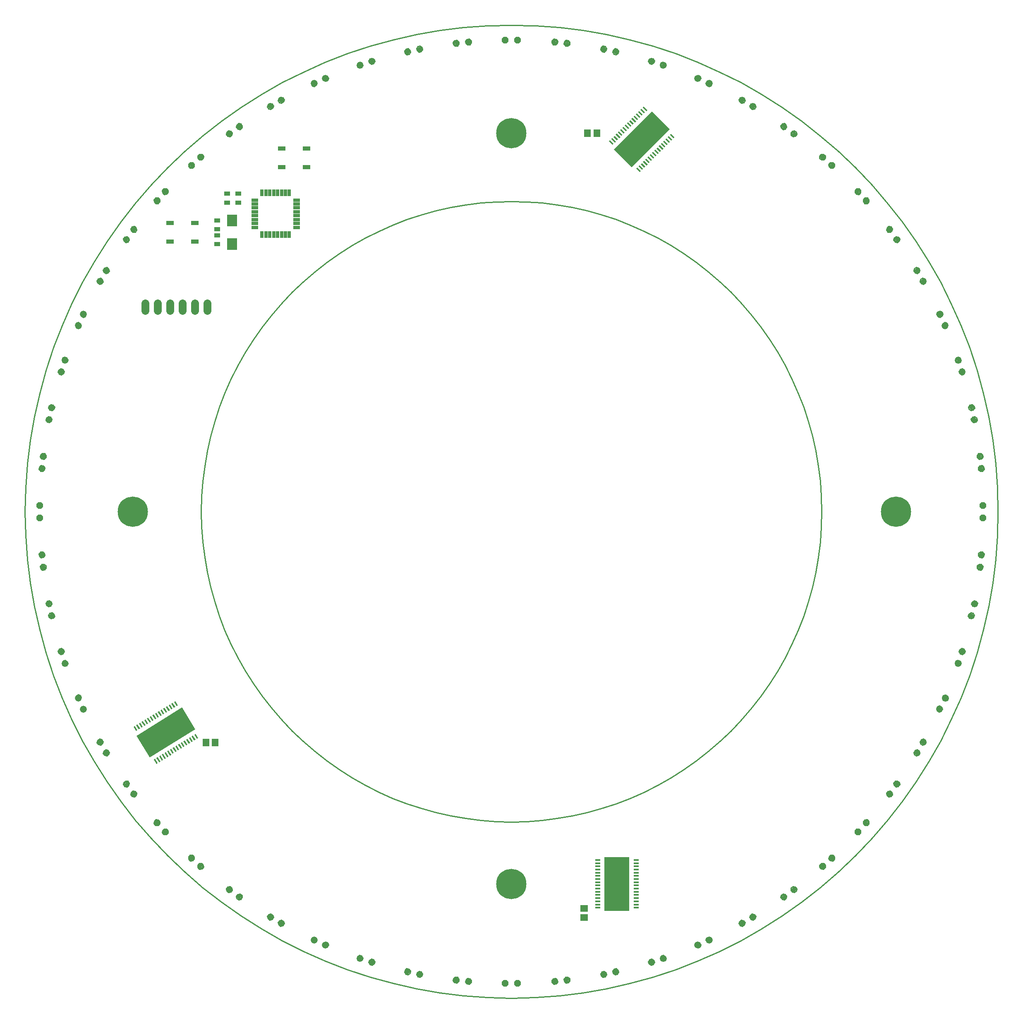
<source format=gts>
G75*
G70*
%OFA0B0*%
%FSLAX24Y24*%
%IPPOS*%
%LPD*%
%AMOC8*
5,1,8,0,0,1.08239X$1,22.5*
%
%ADD10C,0.0100*%
%ADD11R,0.0540X0.0260*%
%ADD12R,0.0260X0.0540*%
%ADD13R,0.0126X0.0402*%
%ADD14R,0.0114X0.0390*%
%ADD15R,0.4331X0.2047*%
%ADD16R,0.0840X0.0940*%
%ADD17R,0.0512X0.0355*%
%ADD18R,0.0552X0.0631*%
%ADD19C,0.0640*%
%ADD20OC8,0.0560*%
%ADD21C,0.0112*%
%ADD22R,0.0640X0.0340*%
%ADD23R,0.0402X0.0126*%
%ADD24R,0.0390X0.0114*%
%ADD25R,0.2047X0.4331*%
%ADD26R,0.0631X0.0552*%
%ADD27C,0.2440*%
D10*
X015658Y040658D02*
X015688Y041885D01*
X015778Y043108D01*
X015929Y044326D01*
X016138Y045535D01*
X016407Y046733D01*
X016734Y047915D01*
X017119Y049080D01*
X017561Y050225D01*
X018058Y051347D01*
X018610Y052443D01*
X019215Y053511D01*
X019871Y054547D01*
X020578Y055550D01*
X021333Y056518D01*
X022134Y057447D01*
X022980Y058336D01*
X023869Y059182D01*
X024798Y059983D01*
X025766Y060738D01*
X026769Y061445D01*
X027805Y062101D01*
X028873Y062706D01*
X029969Y063258D01*
X031091Y063755D01*
X032236Y064197D01*
X033401Y064582D01*
X034583Y064909D01*
X035781Y065178D01*
X036990Y065387D01*
X038208Y065538D01*
X039431Y065628D01*
X040658Y065658D01*
X041885Y065628D01*
X043108Y065538D01*
X044326Y065387D01*
X045535Y065178D01*
X046733Y064909D01*
X047915Y064582D01*
X049080Y064197D01*
X050225Y063755D01*
X051347Y063258D01*
X052443Y062706D01*
X053511Y062101D01*
X054547Y061445D01*
X055550Y060738D01*
X056518Y059983D01*
X057447Y059182D01*
X058336Y058336D01*
X059182Y057447D01*
X059983Y056518D01*
X060738Y055550D01*
X061445Y054547D01*
X062101Y053511D01*
X062706Y052443D01*
X063258Y051347D01*
X063755Y050225D01*
X064197Y049080D01*
X064582Y047915D01*
X064909Y046733D01*
X065178Y045535D01*
X065387Y044326D01*
X065538Y043108D01*
X065628Y041885D01*
X065658Y040658D01*
X065628Y039431D01*
X065538Y038208D01*
X065387Y036990D01*
X065178Y035781D01*
X064909Y034583D01*
X064582Y033401D01*
X064197Y032236D01*
X063755Y031091D01*
X063258Y029969D01*
X062706Y028873D01*
X062101Y027805D01*
X061445Y026769D01*
X060738Y025766D01*
X059983Y024798D01*
X059182Y023869D01*
X058336Y022980D01*
X057447Y022134D01*
X056518Y021333D01*
X055550Y020578D01*
X054547Y019871D01*
X053511Y019215D01*
X052443Y018610D01*
X051347Y018058D01*
X050225Y017561D01*
X049080Y017119D01*
X047915Y016734D01*
X046733Y016407D01*
X045535Y016138D01*
X044326Y015929D01*
X043108Y015778D01*
X041885Y015688D01*
X040658Y015658D01*
X039431Y015688D01*
X038208Y015778D01*
X036990Y015929D01*
X035781Y016138D01*
X034583Y016407D01*
X033401Y016734D01*
X032236Y017119D01*
X031091Y017561D01*
X029969Y018058D01*
X028873Y018610D01*
X027805Y019215D01*
X026769Y019871D01*
X025766Y020578D01*
X024798Y021333D01*
X023869Y022134D01*
X022980Y022980D01*
X022134Y023869D01*
X021333Y024798D01*
X020578Y025766D01*
X019871Y026769D01*
X019215Y027805D01*
X018610Y028873D01*
X018058Y029969D01*
X017561Y031091D01*
X017119Y032236D01*
X016734Y033401D01*
X016407Y034583D01*
X016138Y035781D01*
X015929Y036990D01*
X015778Y038208D01*
X015688Y039431D01*
X015658Y040658D01*
X001458Y040658D02*
X001505Y042581D01*
X001647Y044500D01*
X001882Y046410D01*
X002211Y048306D01*
X002633Y050183D01*
X003146Y052037D01*
X003749Y053864D01*
X004442Y055659D01*
X005222Y057418D01*
X006087Y059137D01*
X007035Y060811D01*
X008064Y062436D01*
X009172Y064009D01*
X010356Y065526D01*
X011613Y066983D01*
X012939Y068377D01*
X014333Y069703D01*
X015790Y070960D01*
X017307Y072144D01*
X018880Y073252D01*
X020505Y074281D01*
X022179Y075229D01*
X023898Y076094D01*
X025657Y076874D01*
X027452Y077567D01*
X029279Y078170D01*
X031133Y078683D01*
X033010Y079105D01*
X034906Y079434D01*
X036816Y079669D01*
X038735Y079811D01*
X040658Y079858D01*
X042581Y079811D01*
X044500Y079669D01*
X046410Y079434D01*
X048306Y079105D01*
X050183Y078683D01*
X052037Y078170D01*
X053864Y077567D01*
X055659Y076874D01*
X057418Y076094D01*
X059137Y075229D01*
X060811Y074281D01*
X062436Y073252D01*
X064009Y072144D01*
X065526Y070960D01*
X066983Y069703D01*
X068377Y068377D01*
X069703Y066983D01*
X070960Y065526D01*
X072144Y064009D01*
X073252Y062436D01*
X074281Y060811D01*
X075229Y059137D01*
X076094Y057418D01*
X076874Y055659D01*
X077567Y053864D01*
X078170Y052037D01*
X078683Y050183D01*
X079105Y048306D01*
X079434Y046410D01*
X079669Y044500D01*
X079811Y042581D01*
X079858Y040658D01*
X079811Y038735D01*
X079669Y036816D01*
X079434Y034906D01*
X079105Y033010D01*
X078683Y031133D01*
X078170Y029279D01*
X077567Y027452D01*
X076874Y025657D01*
X076094Y023898D01*
X075229Y022179D01*
X074281Y020505D01*
X073252Y018880D01*
X072144Y017307D01*
X070960Y015790D01*
X069703Y014333D01*
X068377Y012939D01*
X066983Y011613D01*
X065526Y010356D01*
X064009Y009172D01*
X062436Y008064D01*
X060811Y007035D01*
X059137Y006087D01*
X057418Y005222D01*
X055659Y004442D01*
X053864Y003749D01*
X052037Y003146D01*
X050183Y002633D01*
X048306Y002211D01*
X046410Y001882D01*
X044500Y001647D01*
X042581Y001505D01*
X040658Y001458D01*
X038735Y001505D01*
X036816Y001647D01*
X034906Y001882D01*
X033010Y002211D01*
X031133Y002633D01*
X029279Y003146D01*
X027452Y003749D01*
X025657Y004442D01*
X023898Y005222D01*
X022179Y006087D01*
X020505Y007035D01*
X018880Y008064D01*
X017307Y009172D01*
X015790Y010356D01*
X014333Y011613D01*
X012939Y012939D01*
X011613Y014333D01*
X010356Y015790D01*
X009172Y017307D01*
X008064Y018880D01*
X007035Y020505D01*
X006087Y022179D01*
X005222Y023898D01*
X004442Y025657D01*
X003749Y027452D01*
X003146Y029279D01*
X002633Y031133D01*
X002211Y033010D01*
X001882Y034906D01*
X001647Y036816D01*
X001505Y038735D01*
X001458Y040658D01*
D11*
X019968Y063555D03*
X019968Y063870D03*
X019968Y064185D03*
X019968Y064500D03*
X019968Y064815D03*
X019968Y065130D03*
X019968Y065445D03*
X019968Y065760D03*
X023348Y065760D03*
X023348Y065445D03*
X023348Y065130D03*
X023348Y064815D03*
X023348Y064500D03*
X023348Y064185D03*
X023348Y063870D03*
X023348Y063555D03*
D12*
X022760Y062968D03*
X022445Y062968D03*
X022130Y062968D03*
X021815Y062968D03*
X021500Y062968D03*
X021185Y062968D03*
X020870Y062968D03*
X020555Y062968D03*
X020555Y066348D03*
X020870Y066348D03*
X021185Y066348D03*
X021500Y066348D03*
X021815Y066348D03*
X022130Y066348D03*
X022445Y066348D03*
X022760Y066348D03*
D13*
G36*
X048515Y070497D02*
X048604Y070586D01*
X048887Y070303D01*
X048798Y070214D01*
X048515Y070497D01*
G37*
G36*
X048696Y070678D02*
X048785Y070767D01*
X049068Y070484D01*
X048979Y070395D01*
X048696Y070678D01*
G37*
G36*
X048877Y070859D02*
X048966Y070948D01*
X049249Y070665D01*
X049160Y070576D01*
X048877Y070859D01*
G37*
G36*
X049058Y071040D02*
X049147Y071129D01*
X049430Y070846D01*
X049341Y070757D01*
X049058Y071040D01*
G37*
G36*
X049239Y071221D02*
X049328Y071310D01*
X049611Y071027D01*
X049522Y070938D01*
X049239Y071221D01*
G37*
G36*
X049420Y071402D02*
X049509Y071491D01*
X049792Y071208D01*
X049703Y071119D01*
X049420Y071402D01*
G37*
G36*
X049601Y071583D02*
X049690Y071672D01*
X049973Y071389D01*
X049884Y071300D01*
X049601Y071583D01*
G37*
G36*
X049782Y071764D02*
X049871Y071853D01*
X050154Y071570D01*
X050065Y071481D01*
X049782Y071764D01*
G37*
G36*
X049962Y071945D02*
X050051Y072034D01*
X050334Y071751D01*
X050245Y071662D01*
X049962Y071945D01*
G37*
G36*
X050143Y072126D02*
X050232Y072215D01*
X050515Y071932D01*
X050426Y071843D01*
X050143Y072126D01*
G37*
G36*
X050324Y072307D02*
X050413Y072396D01*
X050696Y072113D01*
X050607Y072024D01*
X050324Y072307D01*
G37*
G36*
X050505Y072488D02*
X050594Y072577D01*
X050877Y072294D01*
X050788Y072205D01*
X050505Y072488D01*
G37*
G36*
X050686Y072669D02*
X050775Y072758D01*
X051058Y072475D01*
X050969Y072386D01*
X050686Y072669D01*
G37*
G36*
X050867Y072849D02*
X050956Y072938D01*
X051239Y072655D01*
X051150Y072566D01*
X050867Y072849D01*
G37*
G36*
X051048Y073030D02*
X051137Y073119D01*
X051420Y072836D01*
X051331Y072747D01*
X051048Y073030D01*
G37*
G36*
X051229Y073211D02*
X051318Y073300D01*
X051601Y073017D01*
X051512Y072928D01*
X051229Y073211D01*
G37*
G36*
X053800Y070818D02*
X053711Y070729D01*
X053428Y071012D01*
X053517Y071101D01*
X053800Y070818D01*
G37*
G36*
X053619Y070637D02*
X053530Y070548D01*
X053247Y070831D01*
X053336Y070920D01*
X053619Y070637D01*
G37*
G36*
X053438Y070456D02*
X053349Y070367D01*
X053066Y070650D01*
X053155Y070739D01*
X053438Y070456D01*
G37*
G36*
X053258Y070275D02*
X053169Y070186D01*
X052886Y070469D01*
X052975Y070558D01*
X053258Y070275D01*
G37*
G36*
X053077Y070094D02*
X052988Y070005D01*
X052705Y070288D01*
X052794Y070377D01*
X053077Y070094D01*
G37*
G36*
X052896Y069913D02*
X052807Y069824D01*
X052524Y070107D01*
X052613Y070196D01*
X052896Y069913D01*
G37*
G36*
X052715Y069732D02*
X052626Y069643D01*
X052343Y069926D01*
X052432Y070015D01*
X052715Y069732D01*
G37*
G36*
X052534Y069551D02*
X052445Y069462D01*
X052162Y069745D01*
X052251Y069834D01*
X052534Y069551D01*
G37*
G36*
X052353Y069371D02*
X052264Y069282D01*
X051981Y069565D01*
X052070Y069654D01*
X052353Y069371D01*
G37*
G36*
X052172Y069190D02*
X052083Y069101D01*
X051800Y069384D01*
X051889Y069473D01*
X052172Y069190D01*
G37*
G36*
X051991Y069009D02*
X051902Y068920D01*
X051619Y069203D01*
X051708Y069292D01*
X051991Y069009D01*
G37*
G36*
X051810Y068828D02*
X051721Y068739D01*
X051438Y069022D01*
X051527Y069111D01*
X051810Y068828D01*
G37*
G36*
X051629Y068647D02*
X051540Y068558D01*
X051257Y068841D01*
X051346Y068930D01*
X051629Y068647D01*
G37*
G36*
X051448Y068466D02*
X051359Y068377D01*
X051076Y068660D01*
X051165Y068749D01*
X051448Y068466D01*
G37*
G36*
X051267Y068285D02*
X051178Y068196D01*
X050895Y068479D01*
X050984Y068568D01*
X051267Y068285D01*
G37*
G36*
X051086Y068104D02*
X050997Y068015D01*
X050714Y068298D01*
X050803Y068387D01*
X051086Y068104D01*
G37*
G36*
X013464Y025326D02*
X013571Y025393D01*
X013782Y025052D01*
X013675Y024985D01*
X013464Y025326D01*
G37*
G36*
X013247Y025192D02*
X013354Y025259D01*
X013565Y024918D01*
X013458Y024851D01*
X013247Y025192D01*
G37*
G36*
X013029Y025057D02*
X013136Y025124D01*
X013347Y024783D01*
X013240Y024716D01*
X013029Y025057D01*
G37*
G36*
X012811Y024923D02*
X012918Y024990D01*
X013129Y024649D01*
X013022Y024582D01*
X012811Y024923D01*
G37*
G36*
X012593Y024788D02*
X012700Y024855D01*
X012911Y024514D01*
X012804Y024447D01*
X012593Y024788D01*
G37*
G36*
X012376Y024654D02*
X012483Y024721D01*
X012694Y024380D01*
X012587Y024313D01*
X012376Y024654D01*
G37*
G36*
X012158Y024519D02*
X012265Y024586D01*
X012476Y024245D01*
X012369Y024178D01*
X012158Y024519D01*
G37*
G36*
X011940Y024385D02*
X012047Y024452D01*
X012258Y024111D01*
X012151Y024044D01*
X011940Y024385D01*
G37*
G36*
X011723Y024251D02*
X011830Y024318D01*
X012041Y023977D01*
X011934Y023910D01*
X011723Y024251D01*
G37*
G36*
X011505Y024116D02*
X011612Y024183D01*
X011823Y023842D01*
X011716Y023775D01*
X011505Y024116D01*
G37*
G36*
X011287Y023982D02*
X011394Y024049D01*
X011605Y023708D01*
X011498Y023641D01*
X011287Y023982D01*
G37*
G36*
X011069Y023847D02*
X011176Y023914D01*
X011387Y023573D01*
X011280Y023506D01*
X011069Y023847D01*
G37*
G36*
X010852Y023713D02*
X010959Y023780D01*
X011170Y023439D01*
X011063Y023372D01*
X010852Y023713D01*
G37*
G36*
X010634Y023578D02*
X010741Y023645D01*
X010952Y023304D01*
X010845Y023237D01*
X010634Y023578D01*
G37*
G36*
X010416Y023444D02*
X010523Y023511D01*
X010734Y023170D01*
X010627Y023103D01*
X010416Y023444D01*
G37*
G36*
X010198Y023309D02*
X010305Y023376D01*
X010516Y023035D01*
X010409Y022968D01*
X010198Y023309D01*
G37*
G36*
X012151Y020389D02*
X012044Y020322D01*
X011833Y020663D01*
X011940Y020730D01*
X012151Y020389D01*
G37*
G36*
X012369Y020523D02*
X012262Y020456D01*
X012051Y020797D01*
X012158Y020864D01*
X012369Y020523D01*
G37*
G36*
X012586Y020658D02*
X012479Y020591D01*
X012268Y020932D01*
X012375Y020999D01*
X012586Y020658D01*
G37*
G36*
X012804Y020792D02*
X012697Y020725D01*
X012486Y021066D01*
X012593Y021133D01*
X012804Y020792D01*
G37*
G36*
X013022Y020927D02*
X012915Y020860D01*
X012704Y021201D01*
X012811Y021268D01*
X013022Y020927D01*
G37*
G36*
X013239Y021061D02*
X013132Y020994D01*
X012921Y021335D01*
X013028Y021402D01*
X013239Y021061D01*
G37*
G36*
X013457Y021196D02*
X013350Y021129D01*
X013139Y021470D01*
X013246Y021537D01*
X013457Y021196D01*
G37*
G36*
X013675Y021330D02*
X013568Y021263D01*
X013357Y021604D01*
X013464Y021671D01*
X013675Y021330D01*
G37*
G36*
X013893Y021465D02*
X013786Y021398D01*
X013575Y021739D01*
X013682Y021806D01*
X013893Y021465D01*
G37*
G36*
X014110Y021599D02*
X014003Y021532D01*
X013792Y021873D01*
X013899Y021940D01*
X014110Y021599D01*
G37*
G36*
X014328Y021734D02*
X014221Y021667D01*
X014010Y022008D01*
X014117Y022075D01*
X014328Y021734D01*
G37*
G36*
X014546Y021868D02*
X014439Y021801D01*
X014228Y022142D01*
X014335Y022209D01*
X014546Y021868D01*
G37*
G36*
X014764Y022003D02*
X014657Y021936D01*
X014446Y022277D01*
X014553Y022344D01*
X014764Y022003D01*
G37*
G36*
X014981Y022137D02*
X014874Y022070D01*
X014663Y022411D01*
X014770Y022478D01*
X014981Y022137D01*
G37*
G36*
X015199Y022272D02*
X015092Y022205D01*
X014881Y022546D01*
X014988Y022613D01*
X015199Y022272D01*
G37*
G36*
X015417Y022406D02*
X015310Y022339D01*
X015099Y022680D01*
X015206Y022747D01*
X015417Y022406D01*
G37*
D14*
G36*
X015408Y022408D02*
X015311Y022348D01*
X015108Y022678D01*
X015205Y022738D01*
X015408Y022408D01*
G37*
G36*
X015190Y022274D02*
X015093Y022214D01*
X014890Y022544D01*
X014987Y022604D01*
X015190Y022274D01*
G37*
G36*
X014972Y022139D02*
X014875Y022079D01*
X014672Y022409D01*
X014769Y022469D01*
X014972Y022139D01*
G37*
G36*
X014755Y022005D02*
X014658Y021945D01*
X014455Y022275D01*
X014552Y022335D01*
X014755Y022005D01*
G37*
G36*
X014537Y021870D02*
X014440Y021810D01*
X014237Y022140D01*
X014334Y022200D01*
X014537Y021870D01*
G37*
G36*
X014319Y021736D02*
X014222Y021676D01*
X014019Y022006D01*
X014116Y022066D01*
X014319Y021736D01*
G37*
G36*
X014101Y021601D02*
X014004Y021541D01*
X013801Y021871D01*
X013898Y021931D01*
X014101Y021601D01*
G37*
G36*
X013884Y021467D02*
X013787Y021407D01*
X013584Y021737D01*
X013681Y021797D01*
X013884Y021467D01*
G37*
G36*
X013666Y021332D02*
X013569Y021272D01*
X013366Y021602D01*
X013463Y021662D01*
X013666Y021332D01*
G37*
G36*
X013448Y021198D02*
X013351Y021138D01*
X013148Y021468D01*
X013245Y021528D01*
X013448Y021198D01*
G37*
G36*
X013230Y021063D02*
X013133Y021003D01*
X012930Y021333D01*
X013027Y021393D01*
X013230Y021063D01*
G37*
G36*
X013013Y020929D02*
X012916Y020869D01*
X012713Y021199D01*
X012810Y021259D01*
X013013Y020929D01*
G37*
G36*
X012795Y020794D02*
X012698Y020734D01*
X012495Y021064D01*
X012592Y021124D01*
X012795Y020794D01*
G37*
G36*
X012577Y020660D02*
X012480Y020600D01*
X012277Y020930D01*
X012374Y020990D01*
X012577Y020660D01*
G37*
G36*
X012360Y020525D02*
X012263Y020465D01*
X012060Y020795D01*
X012157Y020855D01*
X012360Y020525D01*
G37*
G36*
X012142Y020391D02*
X012045Y020331D01*
X011842Y020661D01*
X011939Y020721D01*
X012142Y020391D01*
G37*
G36*
X010207Y023307D02*
X010304Y023367D01*
X010507Y023037D01*
X010410Y022977D01*
X010207Y023307D01*
G37*
G36*
X010425Y023442D02*
X010522Y023502D01*
X010725Y023172D01*
X010628Y023112D01*
X010425Y023442D01*
G37*
G36*
X010643Y023576D02*
X010740Y023636D01*
X010943Y023306D01*
X010846Y023246D01*
X010643Y023576D01*
G37*
G36*
X010861Y023711D02*
X010958Y023771D01*
X011161Y023441D01*
X011064Y023381D01*
X010861Y023711D01*
G37*
G36*
X011078Y023845D02*
X011175Y023905D01*
X011378Y023575D01*
X011281Y023515D01*
X011078Y023845D01*
G37*
G36*
X011296Y023980D02*
X011393Y024040D01*
X011596Y023710D01*
X011499Y023650D01*
X011296Y023980D01*
G37*
G36*
X011514Y024114D02*
X011611Y024174D01*
X011814Y023844D01*
X011717Y023784D01*
X011514Y024114D01*
G37*
G36*
X011732Y024249D02*
X011829Y024309D01*
X012032Y023979D01*
X011935Y023919D01*
X011732Y024249D01*
G37*
G36*
X011949Y024383D02*
X012046Y024443D01*
X012249Y024113D01*
X012152Y024053D01*
X011949Y024383D01*
G37*
G36*
X012167Y024517D02*
X012264Y024577D01*
X012467Y024247D01*
X012370Y024187D01*
X012167Y024517D01*
G37*
G36*
X012385Y024652D02*
X012482Y024712D01*
X012685Y024382D01*
X012588Y024322D01*
X012385Y024652D01*
G37*
G36*
X012602Y024786D02*
X012699Y024846D01*
X012902Y024516D01*
X012805Y024456D01*
X012602Y024786D01*
G37*
G36*
X012820Y024921D02*
X012917Y024981D01*
X013120Y024651D01*
X013023Y024591D01*
X012820Y024921D01*
G37*
G36*
X013038Y025055D02*
X013135Y025115D01*
X013338Y024785D01*
X013241Y024725D01*
X013038Y025055D01*
G37*
G36*
X013256Y025190D02*
X013353Y025250D01*
X013556Y024920D01*
X013459Y024860D01*
X013256Y025190D01*
G37*
G36*
X013473Y025324D02*
X013570Y025384D01*
X013773Y025054D01*
X013676Y024994D01*
X013473Y025324D01*
G37*
G36*
X051078Y068104D02*
X050997Y068023D01*
X050722Y068298D01*
X050803Y068379D01*
X051078Y068104D01*
G37*
G36*
X051259Y068285D02*
X051178Y068204D01*
X050903Y068479D01*
X050984Y068560D01*
X051259Y068285D01*
G37*
G36*
X051440Y068466D02*
X051359Y068385D01*
X051084Y068660D01*
X051165Y068741D01*
X051440Y068466D01*
G37*
G36*
X051621Y068647D02*
X051540Y068566D01*
X051265Y068841D01*
X051346Y068922D01*
X051621Y068647D01*
G37*
G36*
X051802Y068828D02*
X051721Y068747D01*
X051446Y069022D01*
X051527Y069103D01*
X051802Y068828D01*
G37*
G36*
X051983Y069009D02*
X051902Y068928D01*
X051627Y069203D01*
X051708Y069284D01*
X051983Y069009D01*
G37*
G36*
X052164Y069190D02*
X052083Y069109D01*
X051808Y069384D01*
X051889Y069465D01*
X052164Y069190D01*
G37*
G36*
X052345Y069371D02*
X052264Y069290D01*
X051989Y069565D01*
X052070Y069646D01*
X052345Y069371D01*
G37*
G36*
X052526Y069551D02*
X052445Y069470D01*
X052170Y069745D01*
X052251Y069826D01*
X052526Y069551D01*
G37*
G36*
X052707Y069732D02*
X052626Y069651D01*
X052351Y069926D01*
X052432Y070007D01*
X052707Y069732D01*
G37*
G36*
X052888Y069913D02*
X052807Y069832D01*
X052532Y070107D01*
X052613Y070188D01*
X052888Y069913D01*
G37*
G36*
X053069Y070094D02*
X052988Y070013D01*
X052713Y070288D01*
X052794Y070369D01*
X053069Y070094D01*
G37*
G36*
X053250Y070275D02*
X053169Y070194D01*
X052894Y070469D01*
X052975Y070550D01*
X053250Y070275D01*
G37*
G36*
X053430Y070456D02*
X053349Y070375D01*
X053074Y070650D01*
X053155Y070731D01*
X053430Y070456D01*
G37*
G36*
X053611Y070637D02*
X053530Y070556D01*
X053255Y070831D01*
X053336Y070912D01*
X053611Y070637D01*
G37*
G36*
X053792Y070818D02*
X053711Y070737D01*
X053436Y071012D01*
X053517Y071093D01*
X053792Y070818D01*
G37*
G36*
X051237Y073211D02*
X051318Y073292D01*
X051593Y073017D01*
X051512Y072936D01*
X051237Y073211D01*
G37*
G36*
X051056Y073030D02*
X051137Y073111D01*
X051412Y072836D01*
X051331Y072755D01*
X051056Y073030D01*
G37*
G36*
X050875Y072849D02*
X050956Y072930D01*
X051231Y072655D01*
X051150Y072574D01*
X050875Y072849D01*
G37*
G36*
X050694Y072669D02*
X050775Y072750D01*
X051050Y072475D01*
X050969Y072394D01*
X050694Y072669D01*
G37*
G36*
X050513Y072488D02*
X050594Y072569D01*
X050869Y072294D01*
X050788Y072213D01*
X050513Y072488D01*
G37*
G36*
X050332Y072307D02*
X050413Y072388D01*
X050688Y072113D01*
X050607Y072032D01*
X050332Y072307D01*
G37*
G36*
X050151Y072126D02*
X050232Y072207D01*
X050507Y071932D01*
X050426Y071851D01*
X050151Y072126D01*
G37*
G36*
X049970Y071945D02*
X050051Y072026D01*
X050326Y071751D01*
X050245Y071670D01*
X049970Y071945D01*
G37*
G36*
X049790Y071764D02*
X049871Y071845D01*
X050146Y071570D01*
X050065Y071489D01*
X049790Y071764D01*
G37*
G36*
X049609Y071583D02*
X049690Y071664D01*
X049965Y071389D01*
X049884Y071308D01*
X049609Y071583D01*
G37*
G36*
X049428Y071402D02*
X049509Y071483D01*
X049784Y071208D01*
X049703Y071127D01*
X049428Y071402D01*
G37*
G36*
X049247Y071221D02*
X049328Y071302D01*
X049603Y071027D01*
X049522Y070946D01*
X049247Y071221D01*
G37*
G36*
X049066Y071040D02*
X049147Y071121D01*
X049422Y070846D01*
X049341Y070765D01*
X049066Y071040D01*
G37*
G36*
X048885Y070859D02*
X048966Y070940D01*
X049241Y070665D01*
X049160Y070584D01*
X048885Y070859D01*
G37*
G36*
X048704Y070678D02*
X048785Y070759D01*
X049060Y070484D01*
X048979Y070403D01*
X048704Y070678D01*
G37*
G36*
X048523Y070497D02*
X048604Y070578D01*
X048879Y070303D01*
X048798Y070222D01*
X048523Y070497D01*
G37*
D15*
G36*
X053412Y071465D02*
X050351Y068404D01*
X048904Y069851D01*
X051965Y072912D01*
X053412Y071465D01*
G37*
G36*
X010429Y022591D02*
X014112Y024866D01*
X015187Y023125D01*
X011504Y020850D01*
X010429Y022591D01*
G37*
D16*
X018158Y062208D03*
X018158Y064108D03*
D17*
X016958Y064112D03*
X016958Y063403D03*
X016958Y062912D03*
X016958Y062203D03*
X017758Y065553D03*
X017758Y066262D03*
X018658Y066262D03*
X018658Y065553D03*
D18*
X046784Y071158D03*
X047532Y071158D03*
X016782Y022058D03*
X016034Y022058D03*
D19*
X016158Y056858D02*
X016158Y057458D01*
X015158Y057458D02*
X015158Y056858D01*
X014158Y056858D02*
X014158Y057458D01*
X013158Y057458D02*
X013158Y056858D01*
X012158Y056858D02*
X012158Y057458D01*
X011158Y057458D02*
X011158Y056858D01*
D20*
X002658Y041158D03*
X002658Y040158D03*
X040158Y002658D03*
X041158Y002658D03*
X078658Y040158D03*
X078658Y041158D03*
X041158Y078658D03*
X040158Y078658D03*
D21*
X012727Y015031D02*
X012671Y015087D01*
X012856Y015077D01*
X012980Y014940D01*
X012970Y014755D01*
X012833Y014631D01*
X012648Y014641D01*
X012524Y014778D01*
X012534Y014963D01*
X012671Y015087D01*
X012701Y015001D01*
X012817Y014995D01*
X012894Y014910D01*
X012888Y014794D01*
X012803Y014717D01*
X012687Y014723D01*
X012610Y014808D01*
X012616Y014924D01*
X012701Y015001D01*
X012732Y014916D01*
X012778Y014913D01*
X012809Y014879D01*
X012806Y014833D01*
X012772Y014802D01*
X012726Y014805D01*
X012695Y014839D01*
X012698Y014885D01*
X012732Y014916D01*
X012058Y015774D02*
X012002Y015830D01*
X012187Y015820D01*
X012311Y015683D01*
X012301Y015498D01*
X012164Y015374D01*
X011979Y015384D01*
X011855Y015521D01*
X011865Y015706D01*
X012002Y015830D01*
X012032Y015744D01*
X012148Y015738D01*
X012225Y015653D01*
X012219Y015537D01*
X012134Y015460D01*
X012018Y015466D01*
X011941Y015551D01*
X011947Y015667D01*
X012032Y015744D01*
X012063Y015659D01*
X012109Y015656D01*
X012140Y015622D01*
X012137Y015576D01*
X012103Y015545D01*
X012057Y015548D01*
X012026Y015582D01*
X012029Y015628D01*
X012063Y015659D01*
X010208Y018096D02*
X010152Y018152D01*
X010336Y018123D01*
X010444Y017974D01*
X010415Y017790D01*
X010266Y017682D01*
X010082Y017711D01*
X009974Y017860D01*
X010003Y018044D01*
X010152Y018152D01*
X010173Y018063D01*
X010288Y018045D01*
X010355Y017953D01*
X010337Y017838D01*
X010245Y017771D01*
X010130Y017789D01*
X010063Y017881D01*
X010081Y017996D01*
X010173Y018063D01*
X010195Y017975D01*
X010240Y017968D01*
X010267Y017931D01*
X010260Y017886D01*
X010223Y017859D01*
X010178Y017866D01*
X010151Y017903D01*
X010158Y017948D01*
X010195Y017975D01*
X009620Y018905D02*
X009564Y018961D01*
X009748Y018932D01*
X009856Y018783D01*
X009827Y018599D01*
X009678Y018491D01*
X009494Y018520D01*
X009386Y018669D01*
X009415Y018853D01*
X009564Y018961D01*
X009585Y018872D01*
X009700Y018854D01*
X009767Y018762D01*
X009749Y018647D01*
X009657Y018580D01*
X009542Y018598D01*
X009475Y018690D01*
X009493Y018805D01*
X009585Y018872D01*
X009607Y018784D01*
X009652Y018777D01*
X009679Y018740D01*
X009672Y018695D01*
X009635Y018668D01*
X009590Y018675D01*
X009563Y018712D01*
X009570Y018757D01*
X009607Y018784D01*
X008023Y021408D02*
X007967Y021464D01*
X008146Y021416D01*
X008238Y021257D01*
X008190Y021078D01*
X008031Y020986D01*
X007852Y021034D01*
X007760Y021193D01*
X007808Y021372D01*
X007967Y021464D01*
X007979Y021374D01*
X008091Y021344D01*
X008148Y021245D01*
X008118Y021133D01*
X008019Y021076D01*
X007907Y021106D01*
X007850Y021205D01*
X007880Y021317D01*
X007979Y021374D01*
X007991Y021284D01*
X008035Y021272D01*
X008058Y021233D01*
X008046Y021189D01*
X008007Y021166D01*
X007963Y021178D01*
X007940Y021217D01*
X007952Y021261D01*
X007991Y021284D01*
X007523Y022274D02*
X007467Y022330D01*
X007646Y022282D01*
X007738Y022123D01*
X007690Y021944D01*
X007531Y021852D01*
X007352Y021900D01*
X007260Y022059D01*
X007308Y022238D01*
X007467Y022330D01*
X007479Y022240D01*
X007591Y022210D01*
X007648Y022111D01*
X007618Y021999D01*
X007519Y021942D01*
X007407Y021972D01*
X007350Y022071D01*
X007380Y022183D01*
X007479Y022240D01*
X007491Y022150D01*
X007535Y022138D01*
X007558Y022099D01*
X007546Y022055D01*
X007507Y022032D01*
X007463Y022044D01*
X007440Y022083D01*
X007452Y022127D01*
X007491Y022150D01*
X006195Y024931D02*
X006139Y024987D01*
X006313Y024920D01*
X006388Y024752D01*
X006321Y024578D01*
X006153Y024503D01*
X005979Y024570D01*
X005904Y024738D01*
X005971Y024912D01*
X006139Y024987D01*
X006142Y024896D01*
X006250Y024854D01*
X006297Y024749D01*
X006255Y024641D01*
X006150Y024594D01*
X006042Y024636D01*
X005995Y024741D01*
X006037Y024849D01*
X006142Y024896D01*
X006145Y024805D01*
X006187Y024788D01*
X006206Y024746D01*
X006189Y024704D01*
X006147Y024685D01*
X006105Y024702D01*
X006086Y024744D01*
X006103Y024786D01*
X006145Y024805D01*
X005788Y025844D02*
X005732Y025900D01*
X005906Y025833D01*
X005981Y025665D01*
X005914Y025491D01*
X005746Y025416D01*
X005572Y025483D01*
X005497Y025651D01*
X005564Y025825D01*
X005732Y025900D01*
X005735Y025809D01*
X005843Y025767D01*
X005890Y025662D01*
X005848Y025554D01*
X005743Y025507D01*
X005635Y025549D01*
X005588Y025654D01*
X005630Y025762D01*
X005735Y025809D01*
X005738Y025718D01*
X005780Y025701D01*
X005799Y025659D01*
X005782Y025617D01*
X005740Y025598D01*
X005698Y025615D01*
X005679Y025657D01*
X005696Y025699D01*
X005738Y025718D01*
X004634Y028624D02*
X004690Y028680D01*
X004856Y028595D01*
X004913Y028421D01*
X004828Y028255D01*
X004654Y028198D01*
X004488Y028283D01*
X004431Y028457D01*
X004516Y028623D01*
X004690Y028680D01*
X004682Y028589D01*
X004787Y028536D01*
X004822Y028429D01*
X004769Y028324D01*
X004662Y028289D01*
X004557Y028342D01*
X004522Y028449D01*
X004575Y028554D01*
X004682Y028589D01*
X004676Y028499D01*
X004718Y028478D01*
X004732Y028435D01*
X004711Y028393D01*
X004668Y028379D01*
X004626Y028400D01*
X004612Y028443D01*
X004633Y028485D01*
X004676Y028499D01*
X004325Y029575D02*
X004381Y029631D01*
X004547Y029546D01*
X004604Y029372D01*
X004519Y029206D01*
X004345Y029149D01*
X004179Y029234D01*
X004122Y029408D01*
X004207Y029574D01*
X004381Y029631D01*
X004373Y029540D01*
X004478Y029487D01*
X004513Y029380D01*
X004460Y029275D01*
X004353Y029240D01*
X004248Y029293D01*
X004213Y029400D01*
X004266Y029505D01*
X004373Y029540D01*
X004367Y029450D01*
X004409Y029429D01*
X004423Y029386D01*
X004402Y029344D01*
X004359Y029330D01*
X004317Y029351D01*
X004303Y029394D01*
X004324Y029436D01*
X004367Y029450D01*
X003579Y032450D02*
X003635Y032506D01*
X003791Y032404D01*
X003830Y032225D01*
X003728Y032069D01*
X003549Y032030D01*
X003393Y032132D01*
X003354Y032311D01*
X003456Y032467D01*
X003635Y032506D01*
X003618Y032416D01*
X003717Y032352D01*
X003740Y032242D01*
X003676Y032143D01*
X003566Y032120D01*
X003467Y032184D01*
X003444Y032294D01*
X003508Y032393D01*
X003618Y032416D01*
X003602Y032327D01*
X003641Y032302D01*
X003651Y032258D01*
X003626Y032219D01*
X003582Y032209D01*
X003543Y032234D01*
X003533Y032278D01*
X003558Y032317D01*
X003602Y032327D01*
X003371Y033428D02*
X003427Y033484D01*
X003583Y033382D01*
X003622Y033203D01*
X003520Y033047D01*
X003341Y033008D01*
X003185Y033110D01*
X003146Y033289D01*
X003248Y033445D01*
X003427Y033484D01*
X003410Y033394D01*
X003509Y033330D01*
X003532Y033220D01*
X003468Y033121D01*
X003358Y033098D01*
X003259Y033162D01*
X003236Y033272D01*
X003300Y033371D01*
X003410Y033394D01*
X003394Y033305D01*
X003433Y033280D01*
X003443Y033236D01*
X003418Y033197D01*
X003374Y033187D01*
X003335Y033212D01*
X003325Y033256D01*
X003350Y033295D01*
X003394Y033305D01*
X002930Y036364D02*
X002986Y036420D01*
X003131Y036302D01*
X003150Y036120D01*
X003032Y035975D01*
X002850Y035956D01*
X002705Y036074D01*
X002686Y036256D01*
X002804Y036401D01*
X002986Y036420D01*
X002960Y036333D01*
X003051Y036259D01*
X003063Y036146D01*
X002989Y036055D01*
X002876Y036043D01*
X002785Y036117D01*
X002773Y036230D01*
X002847Y036321D01*
X002960Y036333D01*
X002935Y036246D01*
X002971Y036216D01*
X002976Y036171D01*
X002946Y036135D01*
X002901Y036130D01*
X002865Y036160D01*
X002860Y036205D01*
X002890Y036241D01*
X002935Y036246D01*
X002825Y037359D02*
X002881Y037415D01*
X003026Y037297D01*
X003045Y037115D01*
X002927Y036970D01*
X002745Y036951D01*
X002600Y037069D01*
X002581Y037251D01*
X002699Y037396D01*
X002881Y037415D01*
X002855Y037328D01*
X002946Y037254D01*
X002958Y037141D01*
X002884Y037050D01*
X002771Y037038D01*
X002680Y037112D01*
X002668Y037225D01*
X002742Y037316D01*
X002855Y037328D01*
X002830Y037241D01*
X002866Y037211D01*
X002871Y037166D01*
X002841Y037130D01*
X002796Y037125D01*
X002760Y037155D01*
X002755Y037200D01*
X002785Y037236D01*
X002830Y037241D01*
X002871Y044289D02*
X002927Y044345D01*
X003045Y044200D01*
X003026Y044018D01*
X002881Y043900D01*
X002699Y043919D01*
X002581Y044064D01*
X002600Y044246D01*
X002745Y044364D01*
X002927Y044345D01*
X002884Y044265D01*
X002958Y044174D01*
X002946Y044061D01*
X002855Y043987D01*
X002742Y043999D01*
X002668Y044090D01*
X002680Y044203D01*
X002771Y044277D01*
X002884Y044265D01*
X002841Y044185D01*
X002871Y044149D01*
X002866Y044104D01*
X002830Y044074D01*
X002785Y044079D01*
X002755Y044115D01*
X002760Y044160D01*
X002796Y044190D01*
X002841Y044185D01*
X002976Y045284D02*
X003032Y045340D01*
X003150Y045195D01*
X003131Y045013D01*
X002986Y044895D01*
X002804Y044914D01*
X002686Y045059D01*
X002705Y045241D01*
X002850Y045359D01*
X003032Y045340D01*
X002989Y045260D01*
X003063Y045169D01*
X003051Y045056D01*
X002960Y044982D01*
X002847Y044994D01*
X002773Y045085D01*
X002785Y045198D01*
X002876Y045272D01*
X002989Y045260D01*
X002946Y045180D01*
X002976Y045144D01*
X002971Y045099D01*
X002935Y045069D01*
X002890Y045074D01*
X002860Y045110D01*
X002865Y045155D01*
X002901Y045185D01*
X002946Y045180D01*
X003464Y048213D02*
X003520Y048269D01*
X003622Y048113D01*
X003583Y047934D01*
X003427Y047832D01*
X003248Y047871D01*
X003146Y048027D01*
X003185Y048206D01*
X003341Y048308D01*
X003520Y048269D01*
X003468Y048195D01*
X003532Y048096D01*
X003509Y047986D01*
X003410Y047922D01*
X003300Y047945D01*
X003236Y048044D01*
X003259Y048154D01*
X003358Y048218D01*
X003468Y048195D01*
X003418Y048119D01*
X003443Y048080D01*
X003433Y048036D01*
X003394Y048011D01*
X003350Y048021D01*
X003325Y048060D01*
X003335Y048104D01*
X003374Y048129D01*
X003418Y048119D01*
X003672Y049191D02*
X003728Y049247D01*
X003830Y049091D01*
X003791Y048912D01*
X003635Y048810D01*
X003456Y048849D01*
X003354Y049005D01*
X003393Y049184D01*
X003549Y049286D01*
X003728Y049247D01*
X003676Y049173D01*
X003740Y049074D01*
X003717Y048964D01*
X003618Y048900D01*
X003508Y048923D01*
X003444Y049022D01*
X003467Y049132D01*
X003566Y049196D01*
X003676Y049173D01*
X003626Y049097D01*
X003651Y049058D01*
X003641Y049014D01*
X003602Y048989D01*
X003558Y048999D01*
X003533Y049038D01*
X003543Y049082D01*
X003582Y049107D01*
X003626Y049097D01*
X004463Y052053D02*
X004519Y052109D01*
X004604Y051943D01*
X004547Y051769D01*
X004381Y051684D01*
X004207Y051741D01*
X004122Y051907D01*
X004179Y052081D01*
X004345Y052166D01*
X004519Y052109D01*
X004460Y052040D01*
X004513Y051935D01*
X004478Y051828D01*
X004373Y051775D01*
X004266Y051810D01*
X004213Y051915D01*
X004248Y052022D01*
X004353Y052075D01*
X004460Y052040D01*
X004402Y051971D01*
X004423Y051929D01*
X004409Y051886D01*
X004367Y051865D01*
X004324Y051879D01*
X004303Y051921D01*
X004317Y051964D01*
X004359Y051985D01*
X004402Y051971D01*
X004772Y053004D02*
X004828Y053060D01*
X004913Y052894D01*
X004856Y052720D01*
X004690Y052635D01*
X004516Y052692D01*
X004431Y052858D01*
X004488Y053032D01*
X004654Y053117D01*
X004828Y053060D01*
X004769Y052991D01*
X004822Y052886D01*
X004787Y052779D01*
X004682Y052726D01*
X004575Y052761D01*
X004522Y052866D01*
X004557Y052973D01*
X004662Y053026D01*
X004769Y052991D01*
X004711Y052922D01*
X004732Y052880D01*
X004718Y052837D01*
X004676Y052816D01*
X004633Y052830D01*
X004612Y052872D01*
X004626Y052915D01*
X004668Y052936D01*
X004711Y052922D01*
X005858Y055768D02*
X005914Y055824D01*
X005981Y055650D01*
X005906Y055482D01*
X005732Y055415D01*
X005564Y055490D01*
X005497Y055664D01*
X005572Y055832D01*
X005746Y055899D01*
X005914Y055824D01*
X005848Y055761D01*
X005890Y055653D01*
X005843Y055548D01*
X005735Y055506D01*
X005630Y055553D01*
X005588Y055661D01*
X005635Y055766D01*
X005743Y055808D01*
X005848Y055761D01*
X005782Y055698D01*
X005799Y055656D01*
X005780Y055614D01*
X005738Y055597D01*
X005696Y055616D01*
X005679Y055658D01*
X005698Y055700D01*
X005740Y055717D01*
X005782Y055698D01*
X006265Y056681D02*
X006321Y056737D01*
X006388Y056563D01*
X006313Y056395D01*
X006139Y056328D01*
X005971Y056403D01*
X005904Y056577D01*
X005979Y056745D01*
X006153Y056812D01*
X006321Y056737D01*
X006255Y056674D01*
X006297Y056566D01*
X006250Y056461D01*
X006142Y056419D01*
X006037Y056466D01*
X005995Y056574D01*
X006042Y056679D01*
X006150Y056721D01*
X006255Y056674D01*
X006189Y056611D01*
X006206Y056569D01*
X006187Y056527D01*
X006145Y056510D01*
X006103Y056529D01*
X006086Y056571D01*
X006105Y056613D01*
X006147Y056630D01*
X006189Y056611D01*
X007634Y059316D02*
X007690Y059372D01*
X007738Y059193D01*
X007646Y059034D01*
X007467Y058986D01*
X007308Y059078D01*
X007260Y059257D01*
X007352Y059416D01*
X007531Y059464D01*
X007690Y059372D01*
X007618Y059317D01*
X007648Y059205D01*
X007591Y059106D01*
X007479Y059076D01*
X007380Y059133D01*
X007350Y059245D01*
X007407Y059344D01*
X007519Y059374D01*
X007618Y059317D01*
X007546Y059261D01*
X007558Y059217D01*
X007535Y059178D01*
X007491Y059166D01*
X007452Y059189D01*
X007440Y059233D01*
X007463Y059272D01*
X007507Y059284D01*
X007546Y059261D01*
X008134Y060182D02*
X008190Y060238D01*
X008238Y060059D01*
X008146Y059900D01*
X007967Y059852D01*
X007808Y059944D01*
X007760Y060123D01*
X007852Y060282D01*
X008031Y060330D01*
X008190Y060238D01*
X008118Y060183D01*
X008148Y060071D01*
X008091Y059972D01*
X007979Y059942D01*
X007880Y059999D01*
X007850Y060111D01*
X007907Y060210D01*
X008019Y060240D01*
X008118Y060183D01*
X008046Y060127D01*
X008058Y060083D01*
X008035Y060044D01*
X007991Y060032D01*
X007952Y060055D01*
X007940Y060099D01*
X007963Y060138D01*
X008007Y060150D01*
X008046Y060127D01*
X009771Y062660D02*
X009827Y062716D01*
X009856Y062532D01*
X009748Y062383D01*
X009564Y062354D01*
X009415Y062462D01*
X009386Y062646D01*
X009494Y062795D01*
X009678Y062824D01*
X009827Y062716D01*
X009749Y062668D01*
X009767Y062553D01*
X009700Y062461D01*
X009585Y062443D01*
X009493Y062510D01*
X009475Y062625D01*
X009542Y062717D01*
X009657Y062735D01*
X009749Y062668D01*
X009672Y062620D01*
X009679Y062575D01*
X009652Y062538D01*
X009607Y062531D01*
X009570Y062558D01*
X009563Y062603D01*
X009590Y062640D01*
X009635Y062647D01*
X009672Y062620D01*
X010359Y063469D02*
X010415Y063525D01*
X010444Y063341D01*
X010336Y063192D01*
X010152Y063163D01*
X010003Y063271D01*
X009974Y063455D01*
X010082Y063604D01*
X010266Y063633D01*
X010415Y063525D01*
X010337Y063477D01*
X010355Y063362D01*
X010288Y063270D01*
X010173Y063252D01*
X010081Y063319D01*
X010063Y063434D01*
X010130Y063526D01*
X010245Y063544D01*
X010337Y063477D01*
X010260Y063429D01*
X010267Y063384D01*
X010240Y063347D01*
X010195Y063340D01*
X010158Y063367D01*
X010151Y063412D01*
X010178Y063449D01*
X010223Y063456D01*
X010260Y063429D01*
X012245Y065761D02*
X012301Y065817D01*
X012311Y065632D01*
X012187Y065495D01*
X012002Y065485D01*
X011865Y065609D01*
X011855Y065794D01*
X011979Y065931D01*
X012164Y065941D01*
X012301Y065817D01*
X012219Y065778D01*
X012225Y065662D01*
X012148Y065577D01*
X012032Y065571D01*
X011947Y065648D01*
X011941Y065764D01*
X012018Y065849D01*
X012134Y065855D01*
X012219Y065778D01*
X012137Y065739D01*
X012140Y065693D01*
X012109Y065659D01*
X012063Y065656D01*
X012029Y065687D01*
X012026Y065733D01*
X012057Y065767D01*
X012103Y065770D01*
X012137Y065739D01*
X012914Y066504D02*
X012970Y066560D01*
X012980Y066375D01*
X012856Y066238D01*
X012671Y066228D01*
X012534Y066352D01*
X012524Y066537D01*
X012648Y066674D01*
X012833Y066684D01*
X012970Y066560D01*
X012888Y066521D01*
X012894Y066405D01*
X012817Y066320D01*
X012701Y066314D01*
X012616Y066391D01*
X012610Y066507D01*
X012687Y066592D01*
X012803Y066598D01*
X012888Y066521D01*
X012806Y066482D01*
X012809Y066436D01*
X012778Y066402D01*
X012732Y066399D01*
X012698Y066430D01*
X012695Y066476D01*
X012726Y066510D01*
X012772Y066513D01*
X012806Y066482D01*
X015031Y068588D02*
X015087Y068644D01*
X015077Y068459D01*
X014940Y068335D01*
X014755Y068345D01*
X014631Y068482D01*
X014641Y068667D01*
X014778Y068791D01*
X014963Y068781D01*
X015087Y068644D01*
X015001Y068614D01*
X014995Y068498D01*
X014910Y068421D01*
X014794Y068427D01*
X014717Y068512D01*
X014723Y068628D01*
X014808Y068705D01*
X014924Y068699D01*
X015001Y068614D01*
X014916Y068583D01*
X014913Y068537D01*
X014879Y068506D01*
X014833Y068509D01*
X014802Y068543D01*
X014805Y068589D01*
X014839Y068620D01*
X014885Y068617D01*
X014916Y068583D01*
X015774Y069257D02*
X015830Y069313D01*
X015820Y069128D01*
X015683Y069004D01*
X015498Y069014D01*
X015374Y069151D01*
X015384Y069336D01*
X015521Y069460D01*
X015706Y069450D01*
X015830Y069313D01*
X015744Y069283D01*
X015738Y069167D01*
X015653Y069090D01*
X015537Y069096D01*
X015460Y069181D01*
X015466Y069297D01*
X015551Y069374D01*
X015667Y069368D01*
X015744Y069283D01*
X015659Y069252D01*
X015656Y069206D01*
X015622Y069175D01*
X015576Y069178D01*
X015545Y069212D01*
X015548Y069258D01*
X015582Y069289D01*
X015628Y069286D01*
X015659Y069252D01*
X018096Y071108D02*
X018152Y071164D01*
X018123Y070980D01*
X017974Y070872D01*
X017790Y070901D01*
X017682Y071050D01*
X017711Y071234D01*
X017860Y071342D01*
X018044Y071313D01*
X018152Y071164D01*
X018063Y071143D01*
X018045Y071028D01*
X017953Y070961D01*
X017838Y070979D01*
X017771Y071071D01*
X017789Y071186D01*
X017881Y071253D01*
X017996Y071235D01*
X018063Y071143D01*
X017975Y071121D01*
X017968Y071076D01*
X017931Y071049D01*
X017886Y071056D01*
X017859Y071093D01*
X017866Y071138D01*
X017903Y071165D01*
X017948Y071158D01*
X017975Y071121D01*
X018905Y071695D02*
X018961Y071751D01*
X018932Y071567D01*
X018783Y071459D01*
X018599Y071488D01*
X018491Y071637D01*
X018520Y071821D01*
X018669Y071929D01*
X018853Y071900D01*
X018961Y071751D01*
X018872Y071730D01*
X018854Y071615D01*
X018762Y071548D01*
X018647Y071566D01*
X018580Y071658D01*
X018598Y071773D01*
X018690Y071840D01*
X018805Y071822D01*
X018872Y071730D01*
X018784Y071708D01*
X018777Y071663D01*
X018740Y071636D01*
X018695Y071643D01*
X018668Y071680D01*
X018675Y071725D01*
X018712Y071752D01*
X018757Y071745D01*
X018784Y071708D01*
X021408Y073293D02*
X021464Y073349D01*
X021416Y073170D01*
X021257Y073078D01*
X021078Y073126D01*
X020986Y073285D01*
X021034Y073464D01*
X021193Y073556D01*
X021372Y073508D01*
X021464Y073349D01*
X021374Y073337D01*
X021344Y073225D01*
X021245Y073168D01*
X021133Y073198D01*
X021076Y073297D01*
X021106Y073409D01*
X021205Y073466D01*
X021317Y073436D01*
X021374Y073337D01*
X021284Y073325D01*
X021272Y073281D01*
X021233Y073258D01*
X021189Y073270D01*
X021166Y073309D01*
X021178Y073353D01*
X021217Y073376D01*
X021261Y073364D01*
X021284Y073325D01*
X022274Y073793D02*
X022330Y073849D01*
X022282Y073670D01*
X022123Y073578D01*
X021944Y073626D01*
X021852Y073785D01*
X021900Y073964D01*
X022059Y074056D01*
X022238Y074008D01*
X022330Y073849D01*
X022240Y073837D01*
X022210Y073725D01*
X022111Y073668D01*
X021999Y073698D01*
X021942Y073797D01*
X021972Y073909D01*
X022071Y073966D01*
X022183Y073936D01*
X022240Y073837D01*
X022150Y073825D01*
X022138Y073781D01*
X022099Y073758D01*
X022055Y073770D01*
X022032Y073809D01*
X022044Y073853D01*
X022083Y073876D01*
X022127Y073864D01*
X022150Y073825D01*
X024931Y075120D02*
X024987Y075176D01*
X024920Y075002D01*
X024752Y074927D01*
X024578Y074994D01*
X024503Y075162D01*
X024570Y075336D01*
X024738Y075411D01*
X024912Y075344D01*
X024987Y075176D01*
X024896Y075173D01*
X024854Y075065D01*
X024749Y075018D01*
X024641Y075060D01*
X024594Y075165D01*
X024636Y075273D01*
X024741Y075320D01*
X024849Y075278D01*
X024896Y075173D01*
X024805Y075170D01*
X024788Y075128D01*
X024746Y075109D01*
X024704Y075126D01*
X024685Y075168D01*
X024702Y075210D01*
X024744Y075229D01*
X024786Y075212D01*
X024805Y075170D01*
X025844Y075527D02*
X025900Y075583D01*
X025833Y075409D01*
X025665Y075334D01*
X025491Y075401D01*
X025416Y075569D01*
X025483Y075743D01*
X025651Y075818D01*
X025825Y075751D01*
X025900Y075583D01*
X025809Y075580D01*
X025767Y075472D01*
X025662Y075425D01*
X025554Y075467D01*
X025507Y075572D01*
X025549Y075680D01*
X025654Y075727D01*
X025762Y075685D01*
X025809Y075580D01*
X025718Y075577D01*
X025701Y075535D01*
X025659Y075516D01*
X025617Y075533D01*
X025598Y075575D01*
X025615Y075617D01*
X025657Y075636D01*
X025699Y075619D01*
X025718Y075577D01*
X028624Y076681D02*
X028680Y076625D01*
X028595Y076459D01*
X028421Y076402D01*
X028255Y076487D01*
X028198Y076661D01*
X028283Y076827D01*
X028457Y076884D01*
X028623Y076799D01*
X028680Y076625D01*
X028589Y076633D01*
X028536Y076528D01*
X028429Y076493D01*
X028324Y076546D01*
X028289Y076653D01*
X028342Y076758D01*
X028449Y076793D01*
X028554Y076740D01*
X028589Y076633D01*
X028499Y076639D01*
X028478Y076597D01*
X028435Y076583D01*
X028393Y076604D01*
X028379Y076647D01*
X028400Y076689D01*
X028443Y076703D01*
X028485Y076682D01*
X028499Y076639D01*
X029575Y076990D02*
X029631Y076934D01*
X029546Y076768D01*
X029372Y076711D01*
X029206Y076796D01*
X029149Y076970D01*
X029234Y077136D01*
X029408Y077193D01*
X029574Y077108D01*
X029631Y076934D01*
X029540Y076942D01*
X029487Y076837D01*
X029380Y076802D01*
X029275Y076855D01*
X029240Y076962D01*
X029293Y077067D01*
X029400Y077102D01*
X029505Y077049D01*
X029540Y076942D01*
X029450Y076948D01*
X029429Y076906D01*
X029386Y076892D01*
X029344Y076913D01*
X029330Y076956D01*
X029351Y076998D01*
X029394Y077012D01*
X029436Y076991D01*
X029450Y076948D01*
X032450Y077737D02*
X032506Y077681D01*
X032404Y077525D01*
X032225Y077486D01*
X032069Y077588D01*
X032030Y077767D01*
X032132Y077923D01*
X032311Y077962D01*
X032467Y077860D01*
X032506Y077681D01*
X032416Y077698D01*
X032352Y077599D01*
X032242Y077576D01*
X032143Y077640D01*
X032120Y077750D01*
X032184Y077849D01*
X032294Y077872D01*
X032393Y077808D01*
X032416Y077698D01*
X032327Y077714D01*
X032302Y077675D01*
X032258Y077665D01*
X032219Y077690D01*
X032209Y077734D01*
X032234Y077773D01*
X032278Y077783D01*
X032317Y077758D01*
X032327Y077714D01*
X033428Y077945D02*
X033484Y077889D01*
X033382Y077733D01*
X033203Y077694D01*
X033047Y077796D01*
X033008Y077975D01*
X033110Y078131D01*
X033289Y078170D01*
X033445Y078068D01*
X033484Y077889D01*
X033394Y077906D01*
X033330Y077807D01*
X033220Y077784D01*
X033121Y077848D01*
X033098Y077958D01*
X033162Y078057D01*
X033272Y078080D01*
X033371Y078016D01*
X033394Y077906D01*
X033305Y077922D01*
X033280Y077883D01*
X033236Y077873D01*
X033197Y077898D01*
X033187Y077942D01*
X033212Y077981D01*
X033256Y077991D01*
X033295Y077966D01*
X033305Y077922D01*
X036364Y078385D02*
X036420Y078329D01*
X036302Y078184D01*
X036120Y078165D01*
X035975Y078283D01*
X035956Y078465D01*
X036074Y078610D01*
X036256Y078629D01*
X036401Y078511D01*
X036420Y078329D01*
X036333Y078355D01*
X036259Y078264D01*
X036146Y078252D01*
X036055Y078326D01*
X036043Y078439D01*
X036117Y078530D01*
X036230Y078542D01*
X036321Y078468D01*
X036333Y078355D01*
X036246Y078380D01*
X036216Y078344D01*
X036171Y078339D01*
X036135Y078369D01*
X036130Y078414D01*
X036160Y078450D01*
X036205Y078455D01*
X036241Y078425D01*
X036246Y078380D01*
X037359Y078490D02*
X037415Y078434D01*
X037297Y078289D01*
X037115Y078270D01*
X036970Y078388D01*
X036951Y078570D01*
X037069Y078715D01*
X037251Y078734D01*
X037396Y078616D01*
X037415Y078434D01*
X037328Y078460D01*
X037254Y078369D01*
X037141Y078357D01*
X037050Y078431D01*
X037038Y078544D01*
X037112Y078635D01*
X037225Y078647D01*
X037316Y078573D01*
X037328Y078460D01*
X037241Y078485D01*
X037211Y078449D01*
X037166Y078444D01*
X037130Y078474D01*
X037125Y078519D01*
X037155Y078555D01*
X037200Y078560D01*
X037236Y078530D01*
X037241Y078485D01*
X044289Y078444D02*
X044345Y078388D01*
X044200Y078270D01*
X044018Y078289D01*
X043900Y078434D01*
X043919Y078616D01*
X044064Y078734D01*
X044246Y078715D01*
X044364Y078570D01*
X044345Y078388D01*
X044265Y078431D01*
X044174Y078357D01*
X044061Y078369D01*
X043987Y078460D01*
X043999Y078573D01*
X044090Y078647D01*
X044203Y078635D01*
X044277Y078544D01*
X044265Y078431D01*
X044185Y078474D01*
X044149Y078444D01*
X044104Y078449D01*
X044074Y078485D01*
X044079Y078530D01*
X044115Y078560D01*
X044160Y078555D01*
X044190Y078519D01*
X044185Y078474D01*
X045284Y078339D02*
X045340Y078283D01*
X045195Y078165D01*
X045013Y078184D01*
X044895Y078329D01*
X044914Y078511D01*
X045059Y078629D01*
X045241Y078610D01*
X045359Y078465D01*
X045340Y078283D01*
X045260Y078326D01*
X045169Y078252D01*
X045056Y078264D01*
X044982Y078355D01*
X044994Y078468D01*
X045085Y078542D01*
X045198Y078530D01*
X045272Y078439D01*
X045260Y078326D01*
X045180Y078369D01*
X045144Y078339D01*
X045099Y078344D01*
X045069Y078380D01*
X045074Y078425D01*
X045110Y078455D01*
X045155Y078450D01*
X045185Y078414D01*
X045180Y078369D01*
X048213Y077852D02*
X048269Y077796D01*
X048113Y077694D01*
X047934Y077733D01*
X047832Y077889D01*
X047871Y078068D01*
X048027Y078170D01*
X048206Y078131D01*
X048308Y077975D01*
X048269Y077796D01*
X048195Y077848D01*
X048096Y077784D01*
X047986Y077807D01*
X047922Y077906D01*
X047945Y078016D01*
X048044Y078080D01*
X048154Y078057D01*
X048218Y077958D01*
X048195Y077848D01*
X048119Y077898D01*
X048080Y077873D01*
X048036Y077883D01*
X048011Y077922D01*
X048021Y077966D01*
X048060Y077991D01*
X048104Y077981D01*
X048129Y077942D01*
X048119Y077898D01*
X049191Y077644D02*
X049247Y077588D01*
X049091Y077486D01*
X048912Y077525D01*
X048810Y077681D01*
X048849Y077860D01*
X049005Y077962D01*
X049184Y077923D01*
X049286Y077767D01*
X049247Y077588D01*
X049173Y077640D01*
X049074Y077576D01*
X048964Y077599D01*
X048900Y077698D01*
X048923Y077808D01*
X049022Y077872D01*
X049132Y077849D01*
X049196Y077750D01*
X049173Y077640D01*
X049097Y077690D01*
X049058Y077665D01*
X049014Y077675D01*
X048989Y077714D01*
X048999Y077758D01*
X049038Y077783D01*
X049082Y077773D01*
X049107Y077734D01*
X049097Y077690D01*
X052053Y076852D02*
X052109Y076796D01*
X051943Y076711D01*
X051769Y076768D01*
X051684Y076934D01*
X051741Y077108D01*
X051907Y077193D01*
X052081Y077136D01*
X052166Y076970D01*
X052109Y076796D01*
X052040Y076855D01*
X051935Y076802D01*
X051828Y076837D01*
X051775Y076942D01*
X051810Y077049D01*
X051915Y077102D01*
X052022Y077067D01*
X052075Y076962D01*
X052040Y076855D01*
X051971Y076913D01*
X051929Y076892D01*
X051886Y076906D01*
X051865Y076948D01*
X051879Y076991D01*
X051921Y077012D01*
X051964Y076998D01*
X051985Y076956D01*
X051971Y076913D01*
X053004Y076543D02*
X053060Y076487D01*
X052894Y076402D01*
X052720Y076459D01*
X052635Y076625D01*
X052692Y076799D01*
X052858Y076884D01*
X053032Y076827D01*
X053117Y076661D01*
X053060Y076487D01*
X052991Y076546D01*
X052886Y076493D01*
X052779Y076528D01*
X052726Y076633D01*
X052761Y076740D01*
X052866Y076793D01*
X052973Y076758D01*
X053026Y076653D01*
X052991Y076546D01*
X052922Y076604D01*
X052880Y076583D01*
X052837Y076597D01*
X052816Y076639D01*
X052830Y076682D01*
X052872Y076703D01*
X052915Y076689D01*
X052936Y076647D01*
X052922Y076604D01*
X055768Y075457D02*
X055824Y075401D01*
X055650Y075334D01*
X055482Y075409D01*
X055415Y075583D01*
X055490Y075751D01*
X055664Y075818D01*
X055832Y075743D01*
X055899Y075569D01*
X055824Y075401D01*
X055761Y075467D01*
X055653Y075425D01*
X055548Y075472D01*
X055506Y075580D01*
X055553Y075685D01*
X055661Y075727D01*
X055766Y075680D01*
X055808Y075572D01*
X055761Y075467D01*
X055698Y075533D01*
X055656Y075516D01*
X055614Y075535D01*
X055597Y075577D01*
X055616Y075619D01*
X055658Y075636D01*
X055700Y075617D01*
X055717Y075575D01*
X055698Y075533D01*
X056681Y075050D02*
X056737Y074994D01*
X056563Y074927D01*
X056395Y075002D01*
X056328Y075176D01*
X056403Y075344D01*
X056577Y075411D01*
X056745Y075336D01*
X056812Y075162D01*
X056737Y074994D01*
X056674Y075060D01*
X056566Y075018D01*
X056461Y075065D01*
X056419Y075173D01*
X056466Y075278D01*
X056574Y075320D01*
X056679Y075273D01*
X056721Y075165D01*
X056674Y075060D01*
X056611Y075126D01*
X056569Y075109D01*
X056527Y075128D01*
X056510Y075170D01*
X056529Y075212D01*
X056571Y075229D01*
X056613Y075210D01*
X056630Y075168D01*
X056611Y075126D01*
X059316Y073682D02*
X059372Y073626D01*
X059193Y073578D01*
X059034Y073670D01*
X058986Y073849D01*
X059078Y074008D01*
X059257Y074056D01*
X059416Y073964D01*
X059464Y073785D01*
X059372Y073626D01*
X059317Y073698D01*
X059205Y073668D01*
X059106Y073725D01*
X059076Y073837D01*
X059133Y073936D01*
X059245Y073966D01*
X059344Y073909D01*
X059374Y073797D01*
X059317Y073698D01*
X059261Y073770D01*
X059217Y073758D01*
X059178Y073781D01*
X059166Y073825D01*
X059189Y073864D01*
X059233Y073876D01*
X059272Y073853D01*
X059284Y073809D01*
X059261Y073770D01*
X060182Y073182D02*
X060238Y073126D01*
X060059Y073078D01*
X059900Y073170D01*
X059852Y073349D01*
X059944Y073508D01*
X060123Y073556D01*
X060282Y073464D01*
X060330Y073285D01*
X060238Y073126D01*
X060183Y073198D01*
X060071Y073168D01*
X059972Y073225D01*
X059942Y073337D01*
X059999Y073436D01*
X060111Y073466D01*
X060210Y073409D01*
X060240Y073297D01*
X060183Y073198D01*
X060127Y073270D01*
X060083Y073258D01*
X060044Y073281D01*
X060032Y073325D01*
X060055Y073364D01*
X060099Y073376D01*
X060138Y073353D01*
X060150Y073309D01*
X060127Y073270D01*
X062660Y071544D02*
X062716Y071488D01*
X062532Y071459D01*
X062383Y071567D01*
X062354Y071751D01*
X062462Y071900D01*
X062646Y071929D01*
X062795Y071821D01*
X062824Y071637D01*
X062716Y071488D01*
X062668Y071566D01*
X062553Y071548D01*
X062461Y071615D01*
X062443Y071730D01*
X062510Y071822D01*
X062625Y071840D01*
X062717Y071773D01*
X062735Y071658D01*
X062668Y071566D01*
X062620Y071643D01*
X062575Y071636D01*
X062538Y071663D01*
X062531Y071708D01*
X062558Y071745D01*
X062603Y071752D01*
X062640Y071725D01*
X062647Y071680D01*
X062620Y071643D01*
X063469Y070957D02*
X063525Y070901D01*
X063341Y070872D01*
X063192Y070980D01*
X063163Y071164D01*
X063271Y071313D01*
X063455Y071342D01*
X063604Y071234D01*
X063633Y071050D01*
X063525Y070901D01*
X063477Y070979D01*
X063362Y070961D01*
X063270Y071028D01*
X063252Y071143D01*
X063319Y071235D01*
X063434Y071253D01*
X063526Y071186D01*
X063544Y071071D01*
X063477Y070979D01*
X063429Y071056D01*
X063384Y071049D01*
X063347Y071076D01*
X063340Y071121D01*
X063367Y071158D01*
X063412Y071165D01*
X063449Y071138D01*
X063456Y071093D01*
X063429Y071056D01*
X065761Y069070D02*
X065817Y069014D01*
X065632Y069004D01*
X065495Y069128D01*
X065485Y069313D01*
X065609Y069450D01*
X065794Y069460D01*
X065931Y069336D01*
X065941Y069151D01*
X065817Y069014D01*
X065778Y069096D01*
X065662Y069090D01*
X065577Y069167D01*
X065571Y069283D01*
X065648Y069368D01*
X065764Y069374D01*
X065849Y069297D01*
X065855Y069181D01*
X065778Y069096D01*
X065739Y069178D01*
X065693Y069175D01*
X065659Y069206D01*
X065656Y069252D01*
X065687Y069286D01*
X065733Y069289D01*
X065767Y069258D01*
X065770Y069212D01*
X065739Y069178D01*
X066504Y068401D02*
X066560Y068345D01*
X066375Y068335D01*
X066238Y068459D01*
X066228Y068644D01*
X066352Y068781D01*
X066537Y068791D01*
X066674Y068667D01*
X066684Y068482D01*
X066560Y068345D01*
X066521Y068427D01*
X066405Y068421D01*
X066320Y068498D01*
X066314Y068614D01*
X066391Y068699D01*
X066507Y068705D01*
X066592Y068628D01*
X066598Y068512D01*
X066521Y068427D01*
X066482Y068509D01*
X066436Y068506D01*
X066402Y068537D01*
X066399Y068583D01*
X066430Y068617D01*
X066476Y068620D01*
X066510Y068589D01*
X066513Y068543D01*
X066482Y068509D01*
X068588Y066284D02*
X068644Y066228D01*
X068459Y066238D01*
X068335Y066375D01*
X068345Y066560D01*
X068482Y066684D01*
X068667Y066674D01*
X068791Y066537D01*
X068781Y066352D01*
X068644Y066228D01*
X068614Y066314D01*
X068498Y066320D01*
X068421Y066405D01*
X068427Y066521D01*
X068512Y066598D01*
X068628Y066592D01*
X068705Y066507D01*
X068699Y066391D01*
X068614Y066314D01*
X068583Y066399D01*
X068537Y066402D01*
X068506Y066436D01*
X068509Y066482D01*
X068543Y066513D01*
X068589Y066510D01*
X068620Y066476D01*
X068617Y066430D01*
X068583Y066399D01*
X069257Y065541D02*
X069313Y065485D01*
X069128Y065495D01*
X069004Y065632D01*
X069014Y065817D01*
X069151Y065941D01*
X069336Y065931D01*
X069460Y065794D01*
X069450Y065609D01*
X069313Y065485D01*
X069283Y065571D01*
X069167Y065577D01*
X069090Y065662D01*
X069096Y065778D01*
X069181Y065855D01*
X069297Y065849D01*
X069374Y065764D01*
X069368Y065648D01*
X069283Y065571D01*
X069252Y065656D01*
X069206Y065659D01*
X069175Y065693D01*
X069178Y065739D01*
X069212Y065770D01*
X069258Y065767D01*
X069289Y065733D01*
X069286Y065687D01*
X069252Y065656D01*
X071108Y063219D02*
X071164Y063163D01*
X070980Y063192D01*
X070872Y063341D01*
X070901Y063525D01*
X071050Y063633D01*
X071234Y063604D01*
X071342Y063455D01*
X071313Y063271D01*
X071164Y063163D01*
X071143Y063252D01*
X071028Y063270D01*
X070961Y063362D01*
X070979Y063477D01*
X071071Y063544D01*
X071186Y063526D01*
X071253Y063434D01*
X071235Y063319D01*
X071143Y063252D01*
X071121Y063340D01*
X071076Y063347D01*
X071049Y063384D01*
X071056Y063429D01*
X071093Y063456D01*
X071138Y063449D01*
X071165Y063412D01*
X071158Y063367D01*
X071121Y063340D01*
X071695Y062410D02*
X071751Y062354D01*
X071567Y062383D01*
X071459Y062532D01*
X071488Y062716D01*
X071637Y062824D01*
X071821Y062795D01*
X071929Y062646D01*
X071900Y062462D01*
X071751Y062354D01*
X071730Y062443D01*
X071615Y062461D01*
X071548Y062553D01*
X071566Y062668D01*
X071658Y062735D01*
X071773Y062717D01*
X071840Y062625D01*
X071822Y062510D01*
X071730Y062443D01*
X071708Y062531D01*
X071663Y062538D01*
X071636Y062575D01*
X071643Y062620D01*
X071680Y062647D01*
X071725Y062640D01*
X071752Y062603D01*
X071745Y062558D01*
X071708Y062531D01*
X073293Y059908D02*
X073349Y059852D01*
X073170Y059900D01*
X073078Y060059D01*
X073126Y060238D01*
X073285Y060330D01*
X073464Y060282D01*
X073556Y060123D01*
X073508Y059944D01*
X073349Y059852D01*
X073337Y059942D01*
X073225Y059972D01*
X073168Y060071D01*
X073198Y060183D01*
X073297Y060240D01*
X073409Y060210D01*
X073466Y060111D01*
X073436Y059999D01*
X073337Y059942D01*
X073325Y060032D01*
X073281Y060044D01*
X073258Y060083D01*
X073270Y060127D01*
X073309Y060150D01*
X073353Y060138D01*
X073376Y060099D01*
X073364Y060055D01*
X073325Y060032D01*
X073793Y059042D02*
X073849Y058986D01*
X073670Y059034D01*
X073578Y059193D01*
X073626Y059372D01*
X073785Y059464D01*
X073964Y059416D01*
X074056Y059257D01*
X074008Y059078D01*
X073849Y058986D01*
X073837Y059076D01*
X073725Y059106D01*
X073668Y059205D01*
X073698Y059317D01*
X073797Y059374D01*
X073909Y059344D01*
X073966Y059245D01*
X073936Y059133D01*
X073837Y059076D01*
X073825Y059166D01*
X073781Y059178D01*
X073758Y059217D01*
X073770Y059261D01*
X073809Y059284D01*
X073853Y059272D01*
X073876Y059233D01*
X073864Y059189D01*
X073825Y059166D01*
X075120Y056384D02*
X075176Y056328D01*
X075002Y056395D01*
X074927Y056563D01*
X074994Y056737D01*
X075162Y056812D01*
X075336Y056745D01*
X075411Y056577D01*
X075344Y056403D01*
X075176Y056328D01*
X075173Y056419D01*
X075065Y056461D01*
X075018Y056566D01*
X075060Y056674D01*
X075165Y056721D01*
X075273Y056679D01*
X075320Y056574D01*
X075278Y056466D01*
X075173Y056419D01*
X075170Y056510D01*
X075128Y056527D01*
X075109Y056569D01*
X075126Y056611D01*
X075168Y056630D01*
X075210Y056613D01*
X075229Y056571D01*
X075212Y056529D01*
X075170Y056510D01*
X075527Y055471D02*
X075583Y055415D01*
X075409Y055482D01*
X075334Y055650D01*
X075401Y055824D01*
X075569Y055899D01*
X075743Y055832D01*
X075818Y055664D01*
X075751Y055490D01*
X075583Y055415D01*
X075580Y055506D01*
X075472Y055548D01*
X075425Y055653D01*
X075467Y055761D01*
X075572Y055808D01*
X075680Y055766D01*
X075727Y055661D01*
X075685Y055553D01*
X075580Y055506D01*
X075577Y055597D01*
X075535Y055614D01*
X075516Y055656D01*
X075533Y055698D01*
X075575Y055717D01*
X075617Y055700D01*
X075636Y055658D01*
X075619Y055616D01*
X075577Y055597D01*
X076681Y052691D02*
X076625Y052635D01*
X076459Y052720D01*
X076402Y052894D01*
X076487Y053060D01*
X076661Y053117D01*
X076827Y053032D01*
X076884Y052858D01*
X076799Y052692D01*
X076625Y052635D01*
X076633Y052726D01*
X076528Y052779D01*
X076493Y052886D01*
X076546Y052991D01*
X076653Y053026D01*
X076758Y052973D01*
X076793Y052866D01*
X076740Y052761D01*
X076633Y052726D01*
X076639Y052816D01*
X076597Y052837D01*
X076583Y052880D01*
X076604Y052922D01*
X076647Y052936D01*
X076689Y052915D01*
X076703Y052872D01*
X076682Y052830D01*
X076639Y052816D01*
X076990Y051740D02*
X076934Y051684D01*
X076768Y051769D01*
X076711Y051943D01*
X076796Y052109D01*
X076970Y052166D01*
X077136Y052081D01*
X077193Y051907D01*
X077108Y051741D01*
X076934Y051684D01*
X076942Y051775D01*
X076837Y051828D01*
X076802Y051935D01*
X076855Y052040D01*
X076962Y052075D01*
X077067Y052022D01*
X077102Y051915D01*
X077049Y051810D01*
X076942Y051775D01*
X076948Y051865D01*
X076906Y051886D01*
X076892Y051929D01*
X076913Y051971D01*
X076956Y051985D01*
X076998Y051964D01*
X077012Y051921D01*
X076991Y051879D01*
X076948Y051865D01*
X077737Y048866D02*
X077681Y048810D01*
X077525Y048912D01*
X077486Y049091D01*
X077588Y049247D01*
X077767Y049286D01*
X077923Y049184D01*
X077962Y049005D01*
X077860Y048849D01*
X077681Y048810D01*
X077698Y048900D01*
X077599Y048964D01*
X077576Y049074D01*
X077640Y049173D01*
X077750Y049196D01*
X077849Y049132D01*
X077872Y049022D01*
X077808Y048923D01*
X077698Y048900D01*
X077714Y048989D01*
X077675Y049014D01*
X077665Y049058D01*
X077690Y049097D01*
X077734Y049107D01*
X077773Y049082D01*
X077783Y049038D01*
X077758Y048999D01*
X077714Y048989D01*
X077945Y047888D02*
X077889Y047832D01*
X077733Y047934D01*
X077694Y048113D01*
X077796Y048269D01*
X077975Y048308D01*
X078131Y048206D01*
X078170Y048027D01*
X078068Y047871D01*
X077889Y047832D01*
X077906Y047922D01*
X077807Y047986D01*
X077784Y048096D01*
X077848Y048195D01*
X077958Y048218D01*
X078057Y048154D01*
X078080Y048044D01*
X078016Y047945D01*
X077906Y047922D01*
X077922Y048011D01*
X077883Y048036D01*
X077873Y048080D01*
X077898Y048119D01*
X077942Y048129D01*
X077981Y048104D01*
X077991Y048060D01*
X077966Y048021D01*
X077922Y048011D01*
X078385Y044951D02*
X078329Y044895D01*
X078184Y045013D01*
X078165Y045195D01*
X078283Y045340D01*
X078465Y045359D01*
X078610Y045241D01*
X078629Y045059D01*
X078511Y044914D01*
X078329Y044895D01*
X078355Y044982D01*
X078264Y045056D01*
X078252Y045169D01*
X078326Y045260D01*
X078439Y045272D01*
X078530Y045198D01*
X078542Y045085D01*
X078468Y044994D01*
X078355Y044982D01*
X078380Y045069D01*
X078344Y045099D01*
X078339Y045144D01*
X078369Y045180D01*
X078414Y045185D01*
X078450Y045155D01*
X078455Y045110D01*
X078425Y045074D01*
X078380Y045069D01*
X078490Y043956D02*
X078434Y043900D01*
X078289Y044018D01*
X078270Y044200D01*
X078388Y044345D01*
X078570Y044364D01*
X078715Y044246D01*
X078734Y044064D01*
X078616Y043919D01*
X078434Y043900D01*
X078460Y043987D01*
X078369Y044061D01*
X078357Y044174D01*
X078431Y044265D01*
X078544Y044277D01*
X078635Y044203D01*
X078647Y044090D01*
X078573Y043999D01*
X078460Y043987D01*
X078485Y044074D01*
X078449Y044104D01*
X078444Y044149D01*
X078474Y044185D01*
X078519Y044190D01*
X078555Y044160D01*
X078560Y044115D01*
X078530Y044079D01*
X078485Y044074D01*
X078444Y037026D02*
X078388Y036970D01*
X078270Y037115D01*
X078289Y037297D01*
X078434Y037415D01*
X078616Y037396D01*
X078734Y037251D01*
X078715Y037069D01*
X078570Y036951D01*
X078388Y036970D01*
X078431Y037050D01*
X078357Y037141D01*
X078369Y037254D01*
X078460Y037328D01*
X078573Y037316D01*
X078647Y037225D01*
X078635Y037112D01*
X078544Y037038D01*
X078431Y037050D01*
X078474Y037130D01*
X078444Y037166D01*
X078449Y037211D01*
X078485Y037241D01*
X078530Y037236D01*
X078560Y037200D01*
X078555Y037155D01*
X078519Y037125D01*
X078474Y037130D01*
X078339Y036031D02*
X078283Y035975D01*
X078165Y036120D01*
X078184Y036302D01*
X078329Y036420D01*
X078511Y036401D01*
X078629Y036256D01*
X078610Y036074D01*
X078465Y035956D01*
X078283Y035975D01*
X078326Y036055D01*
X078252Y036146D01*
X078264Y036259D01*
X078355Y036333D01*
X078468Y036321D01*
X078542Y036230D01*
X078530Y036117D01*
X078439Y036043D01*
X078326Y036055D01*
X078369Y036135D01*
X078339Y036171D01*
X078344Y036216D01*
X078380Y036246D01*
X078425Y036241D01*
X078455Y036205D01*
X078450Y036160D01*
X078414Y036130D01*
X078369Y036135D01*
X077871Y033104D02*
X077815Y033048D01*
X077725Y033211D01*
X077776Y033387D01*
X077939Y033477D01*
X078115Y033426D01*
X078205Y033263D01*
X078154Y033087D01*
X077991Y032997D01*
X077815Y033048D01*
X077872Y033119D01*
X077815Y033221D01*
X077847Y033330D01*
X077949Y033387D01*
X078058Y033355D01*
X078115Y033253D01*
X078083Y033144D01*
X077981Y033087D01*
X077872Y033119D01*
X077928Y033190D01*
X077905Y033231D01*
X077918Y033274D01*
X077959Y033297D01*
X078002Y033284D01*
X078025Y033243D01*
X078012Y033200D01*
X077971Y033177D01*
X077928Y033190D01*
X077596Y032143D02*
X077540Y032087D01*
X077450Y032250D01*
X077501Y032426D01*
X077664Y032516D01*
X077840Y032465D01*
X077930Y032302D01*
X077879Y032126D01*
X077716Y032036D01*
X077540Y032087D01*
X077597Y032158D01*
X077540Y032260D01*
X077572Y032369D01*
X077674Y032426D01*
X077783Y032394D01*
X077840Y032292D01*
X077808Y032183D01*
X077706Y032126D01*
X077597Y032158D01*
X077653Y032229D01*
X077630Y032270D01*
X077643Y032313D01*
X077684Y032336D01*
X077727Y032323D01*
X077750Y032282D01*
X077737Y032239D01*
X077696Y032216D01*
X077653Y032229D01*
X076854Y029262D02*
X076798Y029206D01*
X076715Y029373D01*
X076773Y029547D01*
X076940Y029630D01*
X077114Y029572D01*
X077197Y029405D01*
X077139Y029231D01*
X076972Y029148D01*
X076798Y029206D01*
X076858Y029275D01*
X076806Y029380D01*
X076842Y029487D01*
X076947Y029539D01*
X077054Y029503D01*
X077106Y029398D01*
X077070Y029291D01*
X076965Y029239D01*
X076858Y029275D01*
X076917Y029344D01*
X076896Y029385D01*
X076911Y029428D01*
X076952Y029449D01*
X076995Y029434D01*
X077016Y029393D01*
X077001Y029350D01*
X076960Y029329D01*
X076917Y029344D01*
X076537Y028313D02*
X076481Y028257D01*
X076398Y028424D01*
X076456Y028598D01*
X076623Y028681D01*
X076797Y028623D01*
X076880Y028456D01*
X076822Y028282D01*
X076655Y028199D01*
X076481Y028257D01*
X076541Y028326D01*
X076489Y028431D01*
X076525Y028538D01*
X076630Y028590D01*
X076737Y028554D01*
X076789Y028449D01*
X076753Y028342D01*
X076648Y028290D01*
X076541Y028326D01*
X076600Y028395D01*
X076579Y028436D01*
X076594Y028479D01*
X076635Y028500D01*
X076678Y028485D01*
X076699Y028444D01*
X076684Y028401D01*
X076643Y028380D01*
X076600Y028395D01*
X075479Y025545D02*
X075423Y025489D01*
X075370Y025667D01*
X075457Y025829D01*
X075635Y025882D01*
X075797Y025795D01*
X075850Y025617D01*
X075763Y025455D01*
X075585Y025402D01*
X075423Y025489D01*
X075494Y025546D01*
X075460Y025658D01*
X075514Y025758D01*
X075626Y025792D01*
X075726Y025738D01*
X075760Y025626D01*
X075706Y025526D01*
X075594Y025492D01*
X075494Y025546D01*
X075564Y025604D01*
X075550Y025648D01*
X075572Y025688D01*
X075616Y025702D01*
X075656Y025680D01*
X075670Y025636D01*
X075648Y025596D01*
X075604Y025582D01*
X075564Y025604D01*
X075005Y024664D02*
X074949Y024608D01*
X074896Y024786D01*
X074983Y024948D01*
X075161Y025001D01*
X075323Y024914D01*
X075376Y024736D01*
X075289Y024574D01*
X075111Y024521D01*
X074949Y024608D01*
X075020Y024665D01*
X074986Y024777D01*
X075040Y024877D01*
X075152Y024911D01*
X075252Y024857D01*
X075286Y024745D01*
X075232Y024645D01*
X075120Y024611D01*
X075020Y024665D01*
X075090Y024723D01*
X075076Y024767D01*
X075098Y024807D01*
X075142Y024821D01*
X075182Y024799D01*
X075196Y024755D01*
X075174Y024715D01*
X075130Y024701D01*
X075090Y024723D01*
X073682Y022000D02*
X073626Y021944D01*
X073578Y022123D01*
X073670Y022282D01*
X073849Y022330D01*
X074008Y022238D01*
X074056Y022059D01*
X073964Y021900D01*
X073785Y021852D01*
X073626Y021944D01*
X073698Y021999D01*
X073668Y022111D01*
X073725Y022210D01*
X073837Y022240D01*
X073936Y022183D01*
X073966Y022071D01*
X073909Y021972D01*
X073797Y021942D01*
X073698Y021999D01*
X073770Y022055D01*
X073758Y022099D01*
X073781Y022138D01*
X073825Y022150D01*
X073864Y022127D01*
X073876Y022083D01*
X073853Y022044D01*
X073809Y022032D01*
X073770Y022055D01*
X073182Y021134D02*
X073126Y021078D01*
X073078Y021257D01*
X073170Y021416D01*
X073349Y021464D01*
X073508Y021372D01*
X073556Y021193D01*
X073464Y021034D01*
X073285Y020986D01*
X073126Y021078D01*
X073198Y021133D01*
X073168Y021245D01*
X073225Y021344D01*
X073337Y021374D01*
X073436Y021317D01*
X073466Y021205D01*
X073409Y021106D01*
X073297Y021076D01*
X073198Y021133D01*
X073270Y021189D01*
X073258Y021233D01*
X073281Y021272D01*
X073325Y021284D01*
X073364Y021261D01*
X073376Y021217D01*
X073353Y021178D01*
X073309Y021166D01*
X073270Y021189D01*
X071544Y018655D02*
X071488Y018599D01*
X071459Y018783D01*
X071567Y018932D01*
X071751Y018961D01*
X071900Y018853D01*
X071929Y018669D01*
X071821Y018520D01*
X071637Y018491D01*
X071488Y018599D01*
X071566Y018647D01*
X071548Y018762D01*
X071615Y018854D01*
X071730Y018872D01*
X071822Y018805D01*
X071840Y018690D01*
X071773Y018598D01*
X071658Y018580D01*
X071566Y018647D01*
X071643Y018695D01*
X071636Y018740D01*
X071663Y018777D01*
X071708Y018784D01*
X071745Y018757D01*
X071752Y018712D01*
X071725Y018675D01*
X071680Y018668D01*
X071643Y018695D01*
X070957Y017846D02*
X070901Y017790D01*
X070872Y017974D01*
X070980Y018123D01*
X071164Y018152D01*
X071313Y018044D01*
X071342Y017860D01*
X071234Y017711D01*
X071050Y017682D01*
X070901Y017790D01*
X070979Y017838D01*
X070961Y017953D01*
X071028Y018045D01*
X071143Y018063D01*
X071235Y017996D01*
X071253Y017881D01*
X071186Y017789D01*
X071071Y017771D01*
X070979Y017838D01*
X071056Y017886D01*
X071049Y017931D01*
X071076Y017968D01*
X071121Y017975D01*
X071158Y017948D01*
X071165Y017903D01*
X071138Y017866D01*
X071093Y017859D01*
X071056Y017886D01*
X069070Y015554D02*
X069014Y015498D01*
X069004Y015683D01*
X069128Y015820D01*
X069313Y015830D01*
X069450Y015706D01*
X069460Y015521D01*
X069336Y015384D01*
X069151Y015374D01*
X069014Y015498D01*
X069096Y015537D01*
X069090Y015653D01*
X069167Y015738D01*
X069283Y015744D01*
X069368Y015667D01*
X069374Y015551D01*
X069297Y015466D01*
X069181Y015460D01*
X069096Y015537D01*
X069178Y015576D01*
X069175Y015622D01*
X069206Y015656D01*
X069252Y015659D01*
X069286Y015628D01*
X069289Y015582D01*
X069258Y015548D01*
X069212Y015545D01*
X069178Y015576D01*
X068401Y014811D02*
X068345Y014755D01*
X068335Y014940D01*
X068459Y015077D01*
X068644Y015087D01*
X068781Y014963D01*
X068791Y014778D01*
X068667Y014641D01*
X068482Y014631D01*
X068345Y014755D01*
X068427Y014794D01*
X068421Y014910D01*
X068498Y014995D01*
X068614Y015001D01*
X068699Y014924D01*
X068705Y014808D01*
X068628Y014723D01*
X068512Y014717D01*
X068427Y014794D01*
X068509Y014833D01*
X068506Y014879D01*
X068537Y014913D01*
X068583Y014916D01*
X068617Y014885D01*
X068620Y014839D01*
X068589Y014805D01*
X068543Y014802D01*
X068509Y014833D01*
X066284Y012727D02*
X066228Y012671D01*
X066238Y012856D01*
X066375Y012980D01*
X066560Y012970D01*
X066684Y012833D01*
X066674Y012648D01*
X066537Y012524D01*
X066352Y012534D01*
X066228Y012671D01*
X066314Y012701D01*
X066320Y012817D01*
X066405Y012894D01*
X066521Y012888D01*
X066598Y012803D01*
X066592Y012687D01*
X066507Y012610D01*
X066391Y012616D01*
X066314Y012701D01*
X066399Y012732D01*
X066402Y012778D01*
X066436Y012809D01*
X066482Y012806D01*
X066513Y012772D01*
X066510Y012726D01*
X066476Y012695D01*
X066430Y012698D01*
X066399Y012732D01*
X065541Y012058D02*
X065485Y012002D01*
X065495Y012187D01*
X065632Y012311D01*
X065817Y012301D01*
X065941Y012164D01*
X065931Y011979D01*
X065794Y011855D01*
X065609Y011865D01*
X065485Y012002D01*
X065571Y012032D01*
X065577Y012148D01*
X065662Y012225D01*
X065778Y012219D01*
X065855Y012134D01*
X065849Y012018D01*
X065764Y011941D01*
X065648Y011947D01*
X065571Y012032D01*
X065656Y012063D01*
X065659Y012109D01*
X065693Y012140D01*
X065739Y012137D01*
X065770Y012103D01*
X065767Y012057D01*
X065733Y012026D01*
X065687Y012029D01*
X065656Y012063D01*
X063219Y010208D02*
X063163Y010152D01*
X063192Y010336D01*
X063341Y010444D01*
X063525Y010415D01*
X063633Y010266D01*
X063604Y010082D01*
X063455Y009974D01*
X063271Y010003D01*
X063163Y010152D01*
X063252Y010173D01*
X063270Y010288D01*
X063362Y010355D01*
X063477Y010337D01*
X063544Y010245D01*
X063526Y010130D01*
X063434Y010063D01*
X063319Y010081D01*
X063252Y010173D01*
X063340Y010195D01*
X063347Y010240D01*
X063384Y010267D01*
X063429Y010260D01*
X063456Y010223D01*
X063449Y010178D01*
X063412Y010151D01*
X063367Y010158D01*
X063340Y010195D01*
X062410Y009620D02*
X062354Y009564D01*
X062383Y009748D01*
X062532Y009856D01*
X062716Y009827D01*
X062824Y009678D01*
X062795Y009494D01*
X062646Y009386D01*
X062462Y009415D01*
X062354Y009564D01*
X062443Y009585D01*
X062461Y009700D01*
X062553Y009767D01*
X062668Y009749D01*
X062735Y009657D01*
X062717Y009542D01*
X062625Y009475D01*
X062510Y009493D01*
X062443Y009585D01*
X062531Y009607D01*
X062538Y009652D01*
X062575Y009679D01*
X062620Y009672D01*
X062647Y009635D01*
X062640Y009590D01*
X062603Y009563D01*
X062558Y009570D01*
X062531Y009607D01*
X059908Y008023D02*
X059852Y007967D01*
X059900Y008146D01*
X060059Y008238D01*
X060238Y008190D01*
X060330Y008031D01*
X060282Y007852D01*
X060123Y007760D01*
X059944Y007808D01*
X059852Y007967D01*
X059942Y007979D01*
X059972Y008091D01*
X060071Y008148D01*
X060183Y008118D01*
X060240Y008019D01*
X060210Y007907D01*
X060111Y007850D01*
X059999Y007880D01*
X059942Y007979D01*
X060032Y007991D01*
X060044Y008035D01*
X060083Y008058D01*
X060127Y008046D01*
X060150Y008007D01*
X060138Y007963D01*
X060099Y007940D01*
X060055Y007952D01*
X060032Y007991D01*
X059042Y007523D02*
X058986Y007467D01*
X059034Y007646D01*
X059193Y007738D01*
X059372Y007690D01*
X059464Y007531D01*
X059416Y007352D01*
X059257Y007260D01*
X059078Y007308D01*
X058986Y007467D01*
X059076Y007479D01*
X059106Y007591D01*
X059205Y007648D01*
X059317Y007618D01*
X059374Y007519D01*
X059344Y007407D01*
X059245Y007350D01*
X059133Y007380D01*
X059076Y007479D01*
X059166Y007491D01*
X059178Y007535D01*
X059217Y007558D01*
X059261Y007546D01*
X059284Y007507D01*
X059272Y007463D01*
X059233Y007440D01*
X059189Y007452D01*
X059166Y007491D01*
X056384Y006195D02*
X056328Y006139D01*
X056395Y006313D01*
X056563Y006388D01*
X056737Y006321D01*
X056812Y006153D01*
X056745Y005979D01*
X056577Y005904D01*
X056403Y005971D01*
X056328Y006139D01*
X056419Y006142D01*
X056461Y006250D01*
X056566Y006297D01*
X056674Y006255D01*
X056721Y006150D01*
X056679Y006042D01*
X056574Y005995D01*
X056466Y006037D01*
X056419Y006142D01*
X056510Y006145D01*
X056527Y006187D01*
X056569Y006206D01*
X056611Y006189D01*
X056630Y006147D01*
X056613Y006105D01*
X056571Y006086D01*
X056529Y006103D01*
X056510Y006145D01*
X055471Y005788D02*
X055415Y005732D01*
X055482Y005906D01*
X055650Y005981D01*
X055824Y005914D01*
X055899Y005746D01*
X055832Y005572D01*
X055664Y005497D01*
X055490Y005564D01*
X055415Y005732D01*
X055506Y005735D01*
X055548Y005843D01*
X055653Y005890D01*
X055761Y005848D01*
X055808Y005743D01*
X055766Y005635D01*
X055661Y005588D01*
X055553Y005630D01*
X055506Y005735D01*
X055597Y005738D01*
X055614Y005780D01*
X055656Y005799D01*
X055698Y005782D01*
X055717Y005740D01*
X055700Y005698D01*
X055658Y005679D01*
X055616Y005696D01*
X055597Y005738D01*
X052691Y004634D02*
X052635Y004690D01*
X052720Y004856D01*
X052894Y004913D01*
X053060Y004828D01*
X053117Y004654D01*
X053032Y004488D01*
X052858Y004431D01*
X052692Y004516D01*
X052635Y004690D01*
X052726Y004682D01*
X052779Y004787D01*
X052886Y004822D01*
X052991Y004769D01*
X053026Y004662D01*
X052973Y004557D01*
X052866Y004522D01*
X052761Y004575D01*
X052726Y004682D01*
X052816Y004676D01*
X052837Y004718D01*
X052880Y004732D01*
X052922Y004711D01*
X052936Y004668D01*
X052915Y004626D01*
X052872Y004612D01*
X052830Y004633D01*
X052816Y004676D01*
X051740Y004325D02*
X051684Y004381D01*
X051769Y004547D01*
X051943Y004604D01*
X052109Y004519D01*
X052166Y004345D01*
X052081Y004179D01*
X051907Y004122D01*
X051741Y004207D01*
X051684Y004381D01*
X051775Y004373D01*
X051828Y004478D01*
X051935Y004513D01*
X052040Y004460D01*
X052075Y004353D01*
X052022Y004248D01*
X051915Y004213D01*
X051810Y004266D01*
X051775Y004373D01*
X051865Y004367D01*
X051886Y004409D01*
X051929Y004423D01*
X051971Y004402D01*
X051985Y004359D01*
X051964Y004317D01*
X051921Y004303D01*
X051879Y004324D01*
X051865Y004367D01*
X048866Y003579D02*
X048810Y003635D01*
X048912Y003791D01*
X049091Y003830D01*
X049247Y003728D01*
X049286Y003549D01*
X049184Y003393D01*
X049005Y003354D01*
X048849Y003456D01*
X048810Y003635D01*
X048900Y003618D01*
X048964Y003717D01*
X049074Y003740D01*
X049173Y003676D01*
X049196Y003566D01*
X049132Y003467D01*
X049022Y003444D01*
X048923Y003508D01*
X048900Y003618D01*
X048989Y003602D01*
X049014Y003641D01*
X049058Y003651D01*
X049097Y003626D01*
X049107Y003582D01*
X049082Y003543D01*
X049038Y003533D01*
X048999Y003558D01*
X048989Y003602D01*
X047888Y003371D02*
X047832Y003427D01*
X047934Y003583D01*
X048113Y003622D01*
X048269Y003520D01*
X048308Y003341D01*
X048206Y003185D01*
X048027Y003146D01*
X047871Y003248D01*
X047832Y003427D01*
X047922Y003410D01*
X047986Y003509D01*
X048096Y003532D01*
X048195Y003468D01*
X048218Y003358D01*
X048154Y003259D01*
X048044Y003236D01*
X047945Y003300D01*
X047922Y003410D01*
X048011Y003394D01*
X048036Y003433D01*
X048080Y003443D01*
X048119Y003418D01*
X048129Y003374D01*
X048104Y003335D01*
X048060Y003325D01*
X048021Y003350D01*
X048011Y003394D01*
X044951Y002930D02*
X044895Y002986D01*
X045013Y003131D01*
X045195Y003150D01*
X045340Y003032D01*
X045359Y002850D01*
X045241Y002705D01*
X045059Y002686D01*
X044914Y002804D01*
X044895Y002986D01*
X044982Y002960D01*
X045056Y003051D01*
X045169Y003063D01*
X045260Y002989D01*
X045272Y002876D01*
X045198Y002785D01*
X045085Y002773D01*
X044994Y002847D01*
X044982Y002960D01*
X045069Y002935D01*
X045099Y002971D01*
X045144Y002976D01*
X045180Y002946D01*
X045185Y002901D01*
X045155Y002865D01*
X045110Y002860D01*
X045074Y002890D01*
X045069Y002935D01*
X043956Y002825D02*
X043900Y002881D01*
X044018Y003026D01*
X044200Y003045D01*
X044345Y002927D01*
X044364Y002745D01*
X044246Y002600D01*
X044064Y002581D01*
X043919Y002699D01*
X043900Y002881D01*
X043987Y002855D01*
X044061Y002946D01*
X044174Y002958D01*
X044265Y002884D01*
X044277Y002771D01*
X044203Y002680D01*
X044090Y002668D01*
X043999Y002742D01*
X043987Y002855D01*
X044074Y002830D01*
X044104Y002866D01*
X044149Y002871D01*
X044185Y002841D01*
X044190Y002796D01*
X044160Y002760D01*
X044115Y002755D01*
X044079Y002785D01*
X044074Y002830D01*
X037026Y002871D02*
X036970Y002927D01*
X037115Y003045D01*
X037297Y003026D01*
X037415Y002881D01*
X037396Y002699D01*
X037251Y002581D01*
X037069Y002600D01*
X036951Y002745D01*
X036970Y002927D01*
X037050Y002884D01*
X037141Y002958D01*
X037254Y002946D01*
X037328Y002855D01*
X037316Y002742D01*
X037225Y002668D01*
X037112Y002680D01*
X037038Y002771D01*
X037050Y002884D01*
X037130Y002841D01*
X037166Y002871D01*
X037211Y002866D01*
X037241Y002830D01*
X037236Y002785D01*
X037200Y002755D01*
X037155Y002760D01*
X037125Y002796D01*
X037130Y002841D01*
X036031Y002976D02*
X035975Y003032D01*
X036120Y003150D01*
X036302Y003131D01*
X036420Y002986D01*
X036401Y002804D01*
X036256Y002686D01*
X036074Y002705D01*
X035956Y002850D01*
X035975Y003032D01*
X036055Y002989D01*
X036146Y003063D01*
X036259Y003051D01*
X036333Y002960D01*
X036321Y002847D01*
X036230Y002773D01*
X036117Y002785D01*
X036043Y002876D01*
X036055Y002989D01*
X036135Y002946D01*
X036171Y002976D01*
X036216Y002971D01*
X036246Y002935D01*
X036241Y002890D01*
X036205Y002860D01*
X036160Y002865D01*
X036130Y002901D01*
X036135Y002946D01*
X033103Y003464D02*
X033047Y003520D01*
X033203Y003622D01*
X033382Y003583D01*
X033484Y003427D01*
X033445Y003248D01*
X033289Y003146D01*
X033110Y003185D01*
X033008Y003341D01*
X033047Y003520D01*
X033121Y003468D01*
X033220Y003532D01*
X033330Y003509D01*
X033394Y003410D01*
X033371Y003300D01*
X033272Y003236D01*
X033162Y003259D01*
X033098Y003358D01*
X033121Y003468D01*
X033197Y003418D01*
X033236Y003443D01*
X033280Y003433D01*
X033305Y003394D01*
X033295Y003350D01*
X033256Y003325D01*
X033212Y003335D01*
X033187Y003374D01*
X033197Y003418D01*
X032125Y003672D02*
X032069Y003728D01*
X032225Y003830D01*
X032404Y003791D01*
X032506Y003635D01*
X032467Y003456D01*
X032311Y003354D01*
X032132Y003393D01*
X032030Y003549D01*
X032069Y003728D01*
X032143Y003676D01*
X032242Y003740D01*
X032352Y003717D01*
X032416Y003618D01*
X032393Y003508D01*
X032294Y003444D01*
X032184Y003467D01*
X032120Y003566D01*
X032143Y003676D01*
X032219Y003626D01*
X032258Y003651D01*
X032302Y003641D01*
X032327Y003602D01*
X032317Y003558D01*
X032278Y003533D01*
X032234Y003543D01*
X032209Y003582D01*
X032219Y003626D01*
X029262Y004463D02*
X029206Y004519D01*
X029372Y004604D01*
X029546Y004547D01*
X029631Y004381D01*
X029574Y004207D01*
X029408Y004122D01*
X029234Y004179D01*
X029149Y004345D01*
X029206Y004519D01*
X029275Y004460D01*
X029380Y004513D01*
X029487Y004478D01*
X029540Y004373D01*
X029505Y004266D01*
X029400Y004213D01*
X029293Y004248D01*
X029240Y004353D01*
X029275Y004460D01*
X029344Y004402D01*
X029386Y004423D01*
X029429Y004409D01*
X029450Y004367D01*
X029436Y004324D01*
X029394Y004303D01*
X029351Y004317D01*
X029330Y004359D01*
X029344Y004402D01*
X028311Y004772D02*
X028255Y004828D01*
X028421Y004913D01*
X028595Y004856D01*
X028680Y004690D01*
X028623Y004516D01*
X028457Y004431D01*
X028283Y004488D01*
X028198Y004654D01*
X028255Y004828D01*
X028324Y004769D01*
X028429Y004822D01*
X028536Y004787D01*
X028589Y004682D01*
X028554Y004575D01*
X028449Y004522D01*
X028342Y004557D01*
X028289Y004662D01*
X028324Y004769D01*
X028393Y004711D01*
X028435Y004732D01*
X028478Y004718D01*
X028499Y004676D01*
X028485Y004633D01*
X028443Y004612D01*
X028400Y004626D01*
X028379Y004668D01*
X028393Y004711D01*
X025547Y005858D02*
X025491Y005914D01*
X025665Y005981D01*
X025833Y005906D01*
X025900Y005732D01*
X025825Y005564D01*
X025651Y005497D01*
X025483Y005572D01*
X025416Y005746D01*
X025491Y005914D01*
X025554Y005848D01*
X025662Y005890D01*
X025767Y005843D01*
X025809Y005735D01*
X025762Y005630D01*
X025654Y005588D01*
X025549Y005635D01*
X025507Y005743D01*
X025554Y005848D01*
X025617Y005782D01*
X025659Y005799D01*
X025701Y005780D01*
X025718Y005738D01*
X025699Y005696D01*
X025657Y005679D01*
X025615Y005698D01*
X025598Y005740D01*
X025617Y005782D01*
X024634Y006265D02*
X024578Y006321D01*
X024752Y006388D01*
X024920Y006313D01*
X024987Y006139D01*
X024912Y005971D01*
X024738Y005904D01*
X024570Y005979D01*
X024503Y006153D01*
X024578Y006321D01*
X024641Y006255D01*
X024749Y006297D01*
X024854Y006250D01*
X024896Y006142D01*
X024849Y006037D01*
X024741Y005995D01*
X024636Y006042D01*
X024594Y006150D01*
X024641Y006255D01*
X024704Y006189D01*
X024746Y006206D01*
X024788Y006187D01*
X024805Y006145D01*
X024786Y006103D01*
X024744Y006086D01*
X024702Y006105D01*
X024685Y006147D01*
X024704Y006189D01*
X022000Y007634D02*
X021944Y007690D01*
X022123Y007738D01*
X022282Y007646D01*
X022330Y007467D01*
X022238Y007308D01*
X022059Y007260D01*
X021900Y007352D01*
X021852Y007531D01*
X021944Y007690D01*
X021999Y007618D01*
X022111Y007648D01*
X022210Y007591D01*
X022240Y007479D01*
X022183Y007380D01*
X022071Y007350D01*
X021972Y007407D01*
X021942Y007519D01*
X021999Y007618D01*
X022055Y007546D01*
X022099Y007558D01*
X022138Y007535D01*
X022150Y007491D01*
X022127Y007452D01*
X022083Y007440D01*
X022044Y007463D01*
X022032Y007507D01*
X022055Y007546D01*
X021134Y008134D02*
X021078Y008190D01*
X021257Y008238D01*
X021416Y008146D01*
X021464Y007967D01*
X021372Y007808D01*
X021193Y007760D01*
X021034Y007852D01*
X020986Y008031D01*
X021078Y008190D01*
X021133Y008118D01*
X021245Y008148D01*
X021344Y008091D01*
X021374Y007979D01*
X021317Y007880D01*
X021205Y007850D01*
X021106Y007907D01*
X021076Y008019D01*
X021133Y008118D01*
X021189Y008046D01*
X021233Y008058D01*
X021272Y008035D01*
X021284Y007991D01*
X021261Y007952D01*
X021217Y007940D01*
X021178Y007963D01*
X021166Y008007D01*
X021189Y008046D01*
X018655Y009771D02*
X018599Y009827D01*
X018783Y009856D01*
X018932Y009748D01*
X018961Y009564D01*
X018853Y009415D01*
X018669Y009386D01*
X018520Y009494D01*
X018491Y009678D01*
X018599Y009827D01*
X018647Y009749D01*
X018762Y009767D01*
X018854Y009700D01*
X018872Y009585D01*
X018805Y009493D01*
X018690Y009475D01*
X018598Y009542D01*
X018580Y009657D01*
X018647Y009749D01*
X018695Y009672D01*
X018740Y009679D01*
X018777Y009652D01*
X018784Y009607D01*
X018757Y009570D01*
X018712Y009563D01*
X018675Y009590D01*
X018668Y009635D01*
X018695Y009672D01*
X017846Y010359D02*
X017790Y010415D01*
X017974Y010444D01*
X018123Y010336D01*
X018152Y010152D01*
X018044Y010003D01*
X017860Y009974D01*
X017711Y010082D01*
X017682Y010266D01*
X017790Y010415D01*
X017838Y010337D01*
X017953Y010355D01*
X018045Y010288D01*
X018063Y010173D01*
X017996Y010081D01*
X017881Y010063D01*
X017789Y010130D01*
X017771Y010245D01*
X017838Y010337D01*
X017886Y010260D01*
X017931Y010267D01*
X017968Y010240D01*
X017975Y010195D01*
X017948Y010158D01*
X017903Y010151D01*
X017866Y010178D01*
X017859Y010223D01*
X017886Y010260D01*
X015554Y012245D02*
X015498Y012301D01*
X015683Y012311D01*
X015820Y012187D01*
X015830Y012002D01*
X015706Y011865D01*
X015521Y011855D01*
X015384Y011979D01*
X015374Y012164D01*
X015498Y012301D01*
X015537Y012219D01*
X015653Y012225D01*
X015738Y012148D01*
X015744Y012032D01*
X015667Y011947D01*
X015551Y011941D01*
X015466Y012018D01*
X015460Y012134D01*
X015537Y012219D01*
X015576Y012137D01*
X015622Y012140D01*
X015656Y012109D01*
X015659Y012063D01*
X015628Y012029D01*
X015582Y012026D01*
X015548Y012057D01*
X015545Y012103D01*
X015576Y012137D01*
X014811Y012914D02*
X014755Y012970D01*
X014940Y012980D01*
X015077Y012856D01*
X015087Y012671D01*
X014963Y012534D01*
X014778Y012524D01*
X014641Y012648D01*
X014631Y012833D01*
X014755Y012970D01*
X014794Y012888D01*
X014910Y012894D01*
X014995Y012817D01*
X015001Y012701D01*
X014924Y012616D01*
X014808Y012610D01*
X014723Y012687D01*
X014717Y012803D01*
X014794Y012888D01*
X014833Y012806D01*
X014879Y012809D01*
X014913Y012778D01*
X014916Y012732D01*
X014885Y012698D01*
X014839Y012695D01*
X014805Y012726D01*
X014802Y012772D01*
X014833Y012806D01*
D22*
X015158Y062408D03*
X015158Y063908D03*
X013158Y063908D03*
X013158Y062408D03*
X022158Y068408D03*
X022158Y069908D03*
X024158Y069908D03*
X024158Y068408D03*
D23*
X047603Y012577D03*
X047603Y012321D03*
X047603Y012065D03*
X047603Y011809D03*
X047603Y011553D03*
X047603Y011297D03*
X047603Y011041D03*
X047603Y010786D03*
X047603Y010530D03*
X047603Y010274D03*
X047603Y010018D03*
X047603Y009762D03*
X047603Y009506D03*
X047603Y009250D03*
X047603Y008994D03*
X047603Y008738D03*
X050713Y008738D03*
X050713Y008994D03*
X050713Y009250D03*
X050713Y009506D03*
X050713Y009762D03*
X050713Y010018D03*
X050713Y010274D03*
X050713Y010530D03*
X050713Y010786D03*
X050713Y011041D03*
X050713Y011297D03*
X050713Y011553D03*
X050713Y011809D03*
X050713Y012065D03*
X050713Y012321D03*
X050713Y012577D03*
D24*
X050713Y012577D03*
X050713Y012321D03*
X050713Y012065D03*
X050713Y011809D03*
X050713Y011553D03*
X050713Y011297D03*
X050713Y011041D03*
X050713Y010786D03*
X050713Y010530D03*
X050713Y010274D03*
X050713Y010018D03*
X050713Y009762D03*
X050713Y009506D03*
X050713Y009250D03*
X050713Y008994D03*
X050713Y008738D03*
X047603Y008738D03*
X047603Y008994D03*
X047603Y009250D03*
X047603Y009506D03*
X047603Y009762D03*
X047603Y010018D03*
X047603Y010274D03*
X047603Y010530D03*
X047603Y010786D03*
X047603Y011041D03*
X047603Y011297D03*
X047603Y011553D03*
X047603Y011809D03*
X047603Y012065D03*
X047603Y012321D03*
X047603Y012577D03*
D25*
X049158Y010658D03*
D26*
X046508Y008682D03*
X046508Y007934D03*
D27*
X040658Y010658D03*
X010158Y040658D03*
X040658Y071158D03*
X071658Y040658D03*
M02*

</source>
